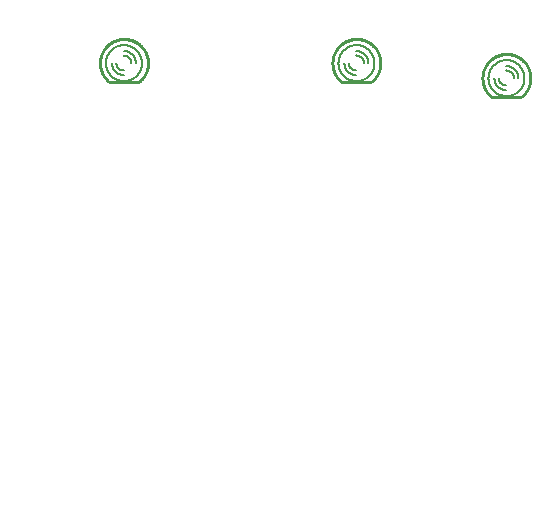
<source format=gbr>
G04 EAGLE Gerber RS-274X export*
G75*
%MOMM*%
%FSLAX34Y34*%
%LPD*%
%INSilkscreen Top*%
%IPPOS*%
%AMOC8*
5,1,8,0,0,1.08239X$1,22.5*%
G01*
%ADD10R,1.320800X0.101600*%
%ADD11R,7.315200X0.101600*%
%ADD12R,10.363200X0.101600*%
%ADD13R,10.261600X0.101600*%
%ADD14R,9.855200X0.101600*%
%ADD15R,0.304800X0.101600*%
%ADD16R,0.406400X0.101600*%
%ADD17R,1.524000X0.101600*%
%ADD18R,7.721600X0.101600*%
%ADD19R,7.620000X0.101600*%
%ADD20R,1.422400X0.101600*%
%ADD21R,1.016000X0.101600*%
%ADD22R,7.518400X0.101600*%
%ADD23R,0.812800X0.101600*%
%ADD24R,3.962400X0.101600*%
%ADD25R,3.454400X0.101600*%
%ADD26R,0.711200X0.101600*%
%ADD27R,4.064000X0.101600*%
%ADD28R,0.609600X0.101600*%
%ADD29R,4.572000X0.101600*%
%ADD30R,3.352800X0.101600*%
%ADD31R,4.470400X0.101600*%
%ADD32R,0.508000X0.101600*%
%ADD33R,1.828800X0.101600*%
%ADD34R,3.860800X0.101600*%
%ADD35R,1.219200X0.101600*%
%ADD36R,3.759200X0.101600*%
%ADD37R,1.117600X0.101600*%
%ADD38R,0.914400X0.101600*%
%ADD39R,2.844800X0.101600*%
%ADD40R,2.641600X0.101600*%
%ADD41R,0.203200X0.101600*%
%ADD42R,0.101600X0.101600*%
%ADD43R,1.727200X0.101600*%
%ADD44R,1.930400X0.101600*%
%ADD45R,2.438400X0.101600*%
%ADD46R,3.048000X0.101600*%
%ADD47R,2.743200X0.101600*%
%ADD48R,2.032000X0.101600*%
%ADD49R,1.625600X0.101600*%
%ADD50R,4.673600X0.101600*%
%ADD51R,5.080000X0.101600*%
%ADD52R,5.181600X0.101600*%
%ADD53R,6.807200X0.101600*%
%ADD54R,3.556000X0.101600*%
%ADD55R,2.336800X0.101600*%
%ADD56R,2.946400X0.101600*%
%ADD57R,7.010400X0.101600*%
%ADD58R,10.769600X0.101600*%
%ADD59R,9.042400X0.101600*%
%ADD60R,4.368800X0.101600*%
%ADD61C,0.254000*%
%ADD62C,0.152400*%


D10*
X160528Y2032D03*
D11*
X190500Y3048D03*
D12*
X205740Y4064D03*
X205740Y5080D03*
D13*
X206248Y6096D03*
X206248Y7112D03*
X206248Y8128D03*
X206248Y9144D03*
X206248Y10160D03*
X206248Y11176D03*
X206248Y12192D03*
X206248Y13208D03*
D14*
X204216Y14224D03*
D15*
X256032Y14224D03*
D14*
X204216Y15240D03*
D15*
X256032Y15240D03*
D14*
X204216Y16256D03*
D15*
X256032Y16256D03*
D16*
X156972Y17272D03*
D17*
X167640Y17272D03*
D18*
X214884Y17272D03*
D15*
X256032Y17272D03*
D16*
X156972Y18288D03*
D17*
X167640Y18288D03*
D19*
X215392Y18288D03*
D15*
X256032Y18288D03*
D16*
X156972Y19304D03*
D20*
X168148Y19304D03*
D19*
X215392Y19304D03*
D15*
X256032Y19304D03*
D16*
X156972Y20320D03*
D21*
X166116Y20320D03*
D15*
X173736Y20320D03*
D22*
X215900Y20320D03*
D15*
X256032Y20320D03*
D16*
X156972Y21336D03*
D23*
X166116Y21336D03*
D15*
X173736Y21336D03*
D24*
X198120Y21336D03*
D25*
X236220Y21336D03*
D15*
X256032Y21336D03*
D16*
X156972Y22352D03*
D26*
X166624Y22352D03*
D15*
X173736Y22352D03*
D27*
X197612Y22352D03*
D25*
X236220Y22352D03*
D15*
X256032Y22352D03*
D16*
X156972Y23368D03*
D28*
X166116Y23368D03*
D29*
X195072Y23368D03*
D30*
X236728Y23368D03*
D15*
X256032Y23368D03*
D16*
X156972Y24384D03*
D28*
X166116Y24384D03*
D31*
X194564Y24384D03*
D30*
X236728Y24384D03*
D15*
X256032Y24384D03*
D16*
X156972Y25400D03*
D32*
X165608Y25400D03*
D31*
X194564Y25400D03*
D20*
X227076Y25400D03*
D33*
X244348Y25400D03*
D15*
X256032Y25400D03*
X157480Y26416D03*
D32*
X165608Y26416D03*
D31*
X194564Y26416D03*
D10*
X226568Y26416D03*
D33*
X244348Y26416D03*
D15*
X256032Y26416D03*
X157480Y27432D03*
D16*
X165100Y27432D03*
D15*
X173736Y27432D03*
D34*
X197612Y27432D03*
D35*
X226060Y27432D03*
D15*
X236728Y27432D03*
D20*
X246380Y27432D03*
D15*
X256032Y27432D03*
X157480Y28448D03*
X164592Y28448D03*
X173736Y28448D03*
D36*
X197104Y28448D03*
D35*
X226060Y28448D03*
D15*
X236728Y28448D03*
D35*
X247396Y28448D03*
D15*
X256032Y28448D03*
X157480Y29464D03*
X164592Y29464D03*
X173736Y29464D03*
D36*
X197104Y29464D03*
D37*
X225552Y29464D03*
D15*
X236728Y29464D03*
D37*
X247904Y29464D03*
D15*
X256032Y29464D03*
X157480Y30480D03*
X164592Y30480D03*
X173736Y30480D03*
D36*
X197104Y30480D03*
D21*
X225044Y30480D03*
D15*
X236728Y30480D03*
D38*
X248920Y30480D03*
D15*
X256032Y30480D03*
X157480Y31496D03*
X164592Y31496D03*
X173736Y31496D03*
D23*
X182372Y31496D03*
D39*
X201676Y31496D03*
D38*
X224536Y31496D03*
D15*
X236728Y31496D03*
D38*
X248920Y31496D03*
D15*
X256032Y31496D03*
X157480Y32512D03*
X164592Y32512D03*
X173736Y32512D03*
D28*
X181356Y32512D03*
D40*
X201676Y32512D03*
D23*
X224028Y32512D03*
D15*
X236728Y32512D03*
D10*
X250952Y32512D03*
D15*
X157480Y33528D03*
X164592Y33528D03*
D16*
X174244Y33528D03*
D26*
X180848Y33528D03*
D40*
X201676Y33528D03*
D26*
X223520Y33528D03*
D15*
X236728Y33528D03*
D10*
X250952Y33528D03*
D15*
X157480Y34544D03*
X164592Y34544D03*
D16*
X174244Y34544D03*
X182372Y34544D03*
D21*
X193548Y34544D03*
D20*
X207772Y34544D03*
D28*
X223012Y34544D03*
D15*
X236728Y34544D03*
D16*
X246380Y34544D03*
D15*
X250952Y34544D03*
D16*
X255524Y34544D03*
D15*
X157480Y35560D03*
X164592Y35560D03*
D16*
X174244Y35560D03*
X182372Y35560D03*
D21*
X193548Y35560D03*
D35*
X207772Y35560D03*
D28*
X223012Y35560D03*
D15*
X236728Y35560D03*
D16*
X246380Y35560D03*
D15*
X250952Y35560D03*
D16*
X255524Y35560D03*
D15*
X157480Y36576D03*
X164592Y36576D03*
D16*
X174244Y36576D03*
X182372Y36576D03*
D38*
X193040Y36576D03*
D37*
X208280Y36576D03*
D16*
X221996Y36576D03*
D15*
X236728Y36576D03*
D16*
X246380Y36576D03*
D15*
X250952Y36576D03*
D16*
X255524Y36576D03*
D15*
X157480Y37592D03*
X164592Y37592D03*
D16*
X174244Y37592D03*
X182372Y37592D03*
D23*
X192532Y37592D03*
D21*
X208788Y37592D03*
D16*
X221996Y37592D03*
D15*
X236728Y37592D03*
D16*
X246380Y37592D03*
D15*
X250952Y37592D03*
D16*
X255524Y37592D03*
D15*
X157480Y38608D03*
X164592Y38608D03*
D16*
X174244Y38608D03*
D15*
X182880Y38608D03*
D23*
X192532Y38608D03*
D38*
X209296Y38608D03*
D16*
X221996Y38608D03*
D15*
X236728Y38608D03*
D16*
X246380Y38608D03*
D15*
X250952Y38608D03*
D16*
X255524Y38608D03*
D15*
X157480Y39624D03*
X164592Y39624D03*
D16*
X174244Y39624D03*
D15*
X182880Y39624D03*
D26*
X192024Y39624D03*
D23*
X208788Y39624D03*
D16*
X221996Y39624D03*
D15*
X236728Y39624D03*
D16*
X246380Y39624D03*
D15*
X250952Y39624D03*
D16*
X255524Y39624D03*
D15*
X157480Y40640D03*
X164592Y40640D03*
D16*
X174244Y40640D03*
D15*
X182880Y40640D03*
D28*
X191516Y40640D03*
D23*
X208788Y40640D03*
D16*
X221996Y40640D03*
D15*
X236728Y40640D03*
D16*
X246380Y40640D03*
D15*
X250952Y40640D03*
D16*
X255524Y40640D03*
D15*
X157480Y41656D03*
X164592Y41656D03*
D16*
X174244Y41656D03*
D15*
X182880Y41656D03*
D28*
X191516Y41656D03*
D23*
X208788Y41656D03*
D16*
X221996Y41656D03*
D15*
X236728Y41656D03*
D16*
X246380Y41656D03*
D15*
X250952Y41656D03*
D16*
X255524Y41656D03*
D15*
X157480Y42672D03*
X164592Y42672D03*
D16*
X174244Y42672D03*
D15*
X182880Y42672D03*
D16*
X190500Y42672D03*
D15*
X206248Y42672D03*
D16*
X210820Y42672D03*
X221996Y42672D03*
D15*
X236728Y42672D03*
D16*
X246380Y42672D03*
D15*
X250952Y42672D03*
X255016Y42672D03*
X157480Y43688D03*
X164592Y43688D03*
D16*
X174244Y43688D03*
D15*
X182880Y43688D03*
D16*
X190500Y43688D03*
D15*
X206248Y43688D03*
D41*
X210820Y43688D03*
D16*
X221996Y43688D03*
D15*
X236728Y43688D03*
D16*
X246380Y43688D03*
D15*
X250952Y43688D03*
X255016Y43688D03*
X157480Y44704D03*
D16*
X165100Y44704D03*
X174244Y44704D03*
D15*
X182880Y44704D03*
X191008Y44704D03*
X206248Y44704D03*
D42*
X211328Y44704D03*
D15*
X222504Y44704D03*
X236728Y44704D03*
D16*
X246380Y44704D03*
D15*
X250952Y44704D03*
X255016Y44704D03*
X157480Y45720D03*
D16*
X165100Y45720D03*
X174244Y45720D03*
D15*
X182880Y45720D03*
X191008Y45720D03*
X206248Y45720D03*
X222504Y45720D03*
X236728Y45720D03*
D16*
X246380Y45720D03*
D15*
X250952Y45720D03*
X255016Y45720D03*
X157480Y46736D03*
D16*
X165100Y46736D03*
X174244Y46736D03*
D15*
X182880Y46736D03*
X191008Y46736D03*
X206248Y46736D03*
X222504Y46736D03*
X236728Y46736D03*
X245872Y46736D03*
X250952Y46736D03*
X255016Y46736D03*
X157480Y47752D03*
D16*
X165100Y47752D03*
X174244Y47752D03*
D15*
X182880Y47752D03*
X191008Y47752D03*
X206248Y47752D03*
X222504Y47752D03*
X236728Y47752D03*
X245872Y47752D03*
X250952Y47752D03*
X255016Y47752D03*
X157480Y48768D03*
D16*
X165100Y48768D03*
X174244Y48768D03*
D15*
X182880Y48768D03*
X191008Y48768D03*
X206248Y48768D03*
X222504Y48768D03*
X236728Y48768D03*
X245872Y48768D03*
X250952Y48768D03*
X255016Y48768D03*
X157480Y49784D03*
D16*
X165100Y49784D03*
D15*
X174752Y49784D03*
X182880Y49784D03*
X191008Y49784D03*
X206248Y49784D03*
X222504Y49784D03*
X236728Y49784D03*
X245872Y49784D03*
X250952Y49784D03*
X255016Y49784D03*
X157480Y50800D03*
D16*
X165100Y50800D03*
D15*
X174752Y50800D03*
X182880Y50800D03*
X191008Y50800D03*
X206248Y50800D03*
X222504Y50800D03*
X236728Y50800D03*
X245872Y50800D03*
X250952Y50800D03*
X255016Y50800D03*
X157480Y51816D03*
D16*
X165100Y51816D03*
D15*
X174752Y51816D03*
X182880Y51816D03*
X191008Y51816D03*
X206248Y51816D03*
X222504Y51816D03*
X236728Y51816D03*
X245872Y51816D03*
X250952Y51816D03*
X255016Y51816D03*
X157480Y52832D03*
D16*
X165100Y52832D03*
D15*
X174752Y52832D03*
X182880Y52832D03*
X191008Y52832D03*
X206248Y52832D03*
X222504Y52832D03*
X236728Y52832D03*
X245872Y52832D03*
X250952Y52832D03*
X255016Y52832D03*
X157480Y53848D03*
D16*
X165100Y53848D03*
D15*
X174752Y53848D03*
X182880Y53848D03*
X191008Y53848D03*
X206248Y53848D03*
X222504Y53848D03*
X236728Y53848D03*
X245872Y53848D03*
X250952Y53848D03*
X255016Y53848D03*
X157480Y54864D03*
D16*
X165100Y54864D03*
D15*
X174752Y54864D03*
X182880Y54864D03*
X191008Y54864D03*
X206248Y54864D03*
X222504Y54864D03*
X236728Y54864D03*
X245872Y54864D03*
X250952Y54864D03*
X255016Y54864D03*
X157480Y55880D03*
D16*
X165100Y55880D03*
D15*
X174752Y55880D03*
X182880Y55880D03*
X191008Y55880D03*
X206248Y55880D03*
X222504Y55880D03*
X236728Y55880D03*
X245872Y55880D03*
X250952Y55880D03*
X255016Y55880D03*
X157480Y56896D03*
X165608Y56896D03*
X174752Y56896D03*
X182880Y56896D03*
X191008Y56896D03*
X206248Y56896D03*
X222504Y56896D03*
X236728Y56896D03*
X245872Y56896D03*
X250952Y56896D03*
X255016Y56896D03*
X157480Y57912D03*
X165608Y57912D03*
X174752Y57912D03*
X182880Y57912D03*
X191008Y57912D03*
X206248Y57912D03*
X222504Y57912D03*
X236728Y57912D03*
X245872Y57912D03*
X250952Y57912D03*
X255016Y57912D03*
X157480Y58928D03*
X165608Y58928D03*
X174752Y58928D03*
X182880Y58928D03*
X191008Y58928D03*
X206248Y58928D03*
X222504Y58928D03*
X236728Y58928D03*
X245872Y58928D03*
X250952Y58928D03*
X255016Y58928D03*
X157480Y59944D03*
X165608Y59944D03*
X174752Y59944D03*
X182880Y59944D03*
X191008Y59944D03*
X206248Y59944D03*
X222504Y59944D03*
X236728Y59944D03*
X245872Y59944D03*
X250952Y59944D03*
X255016Y59944D03*
X157480Y60960D03*
X165608Y60960D03*
X174752Y60960D03*
X182880Y60960D03*
X191008Y60960D03*
X206248Y60960D03*
X222504Y60960D03*
D16*
X236220Y60960D03*
D15*
X245872Y60960D03*
X250952Y60960D03*
X255016Y60960D03*
D16*
X157988Y61976D03*
D15*
X165608Y61976D03*
X174752Y61976D03*
X182880Y61976D03*
X191008Y61976D03*
X206248Y61976D03*
X222504Y61976D03*
D16*
X236220Y61976D03*
D15*
X245872Y61976D03*
X250952Y61976D03*
X255016Y61976D03*
D16*
X157988Y62992D03*
D15*
X165608Y62992D03*
X174752Y62992D03*
X182880Y62992D03*
X191008Y62992D03*
X206248Y62992D03*
X222504Y62992D03*
D16*
X236220Y62992D03*
D15*
X245872Y62992D03*
X250952Y62992D03*
X255016Y62992D03*
D16*
X157988Y64008D03*
D15*
X165608Y64008D03*
X174752Y64008D03*
X182880Y64008D03*
X191008Y64008D03*
X206248Y64008D03*
X222504Y64008D03*
D16*
X236220Y64008D03*
D15*
X245872Y64008D03*
X250952Y64008D03*
X255016Y64008D03*
D16*
X157988Y65024D03*
D15*
X165608Y65024D03*
X174752Y65024D03*
X182880Y65024D03*
X191008Y65024D03*
X206248Y65024D03*
X222504Y65024D03*
D16*
X236220Y65024D03*
D15*
X245872Y65024D03*
X250952Y65024D03*
X255016Y65024D03*
D16*
X157988Y66040D03*
D15*
X165608Y66040D03*
X174752Y66040D03*
X182880Y66040D03*
X191008Y66040D03*
X206248Y66040D03*
X222504Y66040D03*
D16*
X236220Y66040D03*
D15*
X245872Y66040D03*
X250952Y66040D03*
X255016Y66040D03*
D16*
X157988Y67056D03*
D15*
X165608Y67056D03*
X174752Y67056D03*
X182880Y67056D03*
X191008Y67056D03*
X206248Y67056D03*
X222504Y67056D03*
D16*
X236220Y67056D03*
D15*
X245872Y67056D03*
X250952Y67056D03*
X255016Y67056D03*
D16*
X157988Y68072D03*
D15*
X165608Y68072D03*
X174752Y68072D03*
X182880Y68072D03*
X191008Y68072D03*
X206248Y68072D03*
X222504Y68072D03*
D16*
X236220Y68072D03*
D15*
X245872Y68072D03*
X250952Y68072D03*
X255016Y68072D03*
D16*
X157988Y69088D03*
D15*
X165608Y69088D03*
X174752Y69088D03*
X182880Y69088D03*
X191008Y69088D03*
X206248Y69088D03*
X222504Y69088D03*
D16*
X236220Y69088D03*
D15*
X245872Y69088D03*
X250952Y69088D03*
X255016Y69088D03*
D16*
X157988Y70104D03*
D15*
X165608Y70104D03*
X174752Y70104D03*
X182880Y70104D03*
X191008Y70104D03*
X206248Y70104D03*
X222504Y70104D03*
D16*
X236220Y70104D03*
D15*
X245872Y70104D03*
X250952Y70104D03*
X255016Y70104D03*
D16*
X157988Y71120D03*
D15*
X165608Y71120D03*
X174752Y71120D03*
X182880Y71120D03*
X191008Y71120D03*
X206248Y71120D03*
X222504Y71120D03*
D16*
X236220Y71120D03*
D15*
X245872Y71120D03*
X250952Y71120D03*
X255016Y71120D03*
D16*
X157988Y72136D03*
D15*
X165608Y72136D03*
X174752Y72136D03*
X182880Y72136D03*
X191008Y72136D03*
X206248Y72136D03*
X222504Y72136D03*
D16*
X236220Y72136D03*
D15*
X245872Y72136D03*
X250952Y72136D03*
X255016Y72136D03*
X158496Y73152D03*
X165608Y73152D03*
X174752Y73152D03*
X182880Y73152D03*
X191008Y73152D03*
X206248Y73152D03*
X222504Y73152D03*
D16*
X236220Y73152D03*
D15*
X245872Y73152D03*
X250952Y73152D03*
X255016Y73152D03*
X158496Y74168D03*
X165608Y74168D03*
X174752Y74168D03*
X182880Y74168D03*
X191008Y74168D03*
X206248Y74168D03*
X222504Y74168D03*
D16*
X236220Y74168D03*
D15*
X245872Y74168D03*
D16*
X250444Y74168D03*
D15*
X255016Y74168D03*
X158496Y75184D03*
X165608Y75184D03*
X174752Y75184D03*
X182880Y75184D03*
X191008Y75184D03*
X206248Y75184D03*
X222504Y75184D03*
D16*
X236220Y75184D03*
D15*
X245872Y75184D03*
D16*
X250444Y75184D03*
D15*
X255016Y75184D03*
X158496Y76200D03*
X165608Y76200D03*
X174752Y76200D03*
X182880Y76200D03*
X191008Y76200D03*
X206248Y76200D03*
X222504Y76200D03*
D16*
X236220Y76200D03*
D15*
X245872Y76200D03*
D23*
X252476Y76200D03*
D15*
X158496Y77216D03*
X165608Y77216D03*
X174752Y77216D03*
X182880Y77216D03*
X191008Y77216D03*
X206248Y77216D03*
X222504Y77216D03*
D16*
X236220Y77216D03*
D15*
X245872Y77216D03*
D23*
X252476Y77216D03*
D15*
X158496Y78232D03*
X165608Y78232D03*
X174752Y78232D03*
D16*
X183388Y78232D03*
D15*
X191008Y78232D03*
X206248Y78232D03*
X222504Y78232D03*
D16*
X236220Y78232D03*
D15*
X245872Y78232D03*
D23*
X252476Y78232D03*
D15*
X158496Y79248D03*
X165608Y79248D03*
X174752Y79248D03*
D16*
X183388Y79248D03*
D15*
X191008Y79248D03*
X206248Y79248D03*
X222504Y79248D03*
D16*
X236220Y79248D03*
D15*
X245872Y79248D03*
D23*
X252476Y79248D03*
D15*
X158496Y80264D03*
X165608Y80264D03*
X174752Y80264D03*
D16*
X183388Y80264D03*
D15*
X191008Y80264D03*
X206248Y80264D03*
X222504Y80264D03*
D16*
X236220Y80264D03*
D15*
X245872Y80264D03*
D23*
X252476Y80264D03*
D15*
X158496Y81280D03*
X165608Y81280D03*
X174752Y81280D03*
D16*
X183388Y81280D03*
X191516Y81280D03*
D15*
X206248Y81280D03*
X222504Y81280D03*
D16*
X236220Y81280D03*
D15*
X245872Y81280D03*
D23*
X252476Y81280D03*
D15*
X158496Y82296D03*
X165608Y82296D03*
X174752Y82296D03*
D16*
X183388Y82296D03*
X191516Y82296D03*
D15*
X206248Y82296D03*
X222504Y82296D03*
D16*
X236220Y82296D03*
D15*
X245872Y82296D03*
D23*
X252476Y82296D03*
D15*
X158496Y83312D03*
X165608Y83312D03*
X174752Y83312D03*
D16*
X183388Y83312D03*
X191516Y83312D03*
D15*
X206248Y83312D03*
X222504Y83312D03*
D16*
X236220Y83312D03*
D15*
X245872Y83312D03*
D23*
X252476Y83312D03*
D15*
X158496Y84328D03*
X165608Y84328D03*
X174752Y84328D03*
D16*
X183388Y84328D03*
X191516Y84328D03*
D15*
X206248Y84328D03*
D16*
X223012Y84328D03*
X236220Y84328D03*
D15*
X245872Y84328D03*
D23*
X252476Y84328D03*
D15*
X158496Y85344D03*
X165608Y85344D03*
X174752Y85344D03*
D16*
X183388Y85344D03*
X191516Y85344D03*
D15*
X206248Y85344D03*
D16*
X223012Y85344D03*
X236220Y85344D03*
D15*
X245872Y85344D03*
D23*
X252476Y85344D03*
D15*
X158496Y86360D03*
X165608Y86360D03*
X174752Y86360D03*
D16*
X183388Y86360D03*
X191516Y86360D03*
D15*
X206248Y86360D03*
D16*
X223012Y86360D03*
X236220Y86360D03*
D15*
X245872Y86360D03*
X249936Y86360D03*
X254000Y86360D03*
X158496Y87376D03*
X165608Y87376D03*
X174752Y87376D03*
D16*
X183388Y87376D03*
X191516Y87376D03*
X206756Y87376D03*
X223012Y87376D03*
X236220Y87376D03*
D15*
X245872Y87376D03*
X249936Y87376D03*
X254000Y87376D03*
X158496Y88392D03*
X165608Y88392D03*
X174752Y88392D03*
D16*
X183388Y88392D03*
X191516Y88392D03*
X206756Y88392D03*
X223012Y88392D03*
X236220Y88392D03*
D15*
X245872Y88392D03*
X249936Y88392D03*
X254000Y88392D03*
X158496Y89408D03*
X165608Y89408D03*
X174752Y89408D03*
D16*
X183388Y89408D03*
X191516Y89408D03*
X206756Y89408D03*
X223012Y89408D03*
X236220Y89408D03*
D15*
X245872Y89408D03*
X249936Y89408D03*
X254000Y89408D03*
X158496Y90424D03*
X165608Y90424D03*
X174752Y90424D03*
X183896Y90424D03*
D16*
X191516Y90424D03*
X206756Y90424D03*
X223012Y90424D03*
X236220Y90424D03*
D15*
X245872Y90424D03*
X249936Y90424D03*
X254000Y90424D03*
X158496Y91440D03*
X165608Y91440D03*
X174752Y91440D03*
X183896Y91440D03*
D16*
X191516Y91440D03*
X206756Y91440D03*
X223012Y91440D03*
X236220Y91440D03*
D15*
X245872Y91440D03*
X249936Y91440D03*
X254000Y91440D03*
X158496Y92456D03*
X165608Y92456D03*
X174752Y92456D03*
X183896Y92456D03*
X192024Y92456D03*
D16*
X206756Y92456D03*
X223012Y92456D03*
X236220Y92456D03*
D15*
X245872Y92456D03*
X249936Y92456D03*
X254000Y92456D03*
X158496Y93472D03*
X165608Y93472D03*
X174752Y93472D03*
X183896Y93472D03*
X192024Y93472D03*
D16*
X206756Y93472D03*
X223012Y93472D03*
X236220Y93472D03*
D15*
X245872Y93472D03*
X249936Y93472D03*
X254000Y93472D03*
X158496Y94488D03*
D16*
X166116Y94488D03*
D15*
X174752Y94488D03*
X183896Y94488D03*
X192024Y94488D03*
D16*
X206756Y94488D03*
X223012Y94488D03*
X236220Y94488D03*
D15*
X245872Y94488D03*
X249936Y94488D03*
X254000Y94488D03*
X158496Y95504D03*
D16*
X166116Y95504D03*
D15*
X174752Y95504D03*
X183896Y95504D03*
X192024Y95504D03*
D16*
X206756Y95504D03*
X223012Y95504D03*
X236220Y95504D03*
D15*
X245872Y95504D03*
X249936Y95504D03*
X254000Y95504D03*
X158496Y96520D03*
D16*
X166116Y96520D03*
D15*
X174752Y96520D03*
X183896Y96520D03*
X192024Y96520D03*
D16*
X206756Y96520D03*
X223012Y96520D03*
X236220Y96520D03*
D15*
X245872Y96520D03*
X249936Y96520D03*
X254000Y96520D03*
X158496Y97536D03*
D16*
X166116Y97536D03*
D15*
X174752Y97536D03*
X183896Y97536D03*
X192024Y97536D03*
D16*
X206756Y97536D03*
D15*
X223520Y97536D03*
D16*
X236220Y97536D03*
D15*
X245872Y97536D03*
X249936Y97536D03*
X254000Y97536D03*
X158496Y98552D03*
D16*
X166116Y98552D03*
X175260Y98552D03*
D15*
X183896Y98552D03*
X192024Y98552D03*
D16*
X206756Y98552D03*
D15*
X223520Y98552D03*
D16*
X236220Y98552D03*
D15*
X245872Y98552D03*
X249936Y98552D03*
X254000Y98552D03*
X158496Y99568D03*
D16*
X166116Y99568D03*
X175260Y99568D03*
D15*
X183896Y99568D03*
X192024Y99568D03*
D16*
X206756Y99568D03*
D15*
X223520Y99568D03*
D16*
X236220Y99568D03*
D15*
X245872Y99568D03*
X249936Y99568D03*
X254000Y99568D03*
X158496Y100584D03*
D16*
X166116Y100584D03*
X175260Y100584D03*
D15*
X183896Y100584D03*
X192024Y100584D03*
D16*
X206756Y100584D03*
D15*
X223520Y100584D03*
D16*
X236220Y100584D03*
D15*
X245872Y100584D03*
X249936Y100584D03*
X254000Y100584D03*
X158496Y101600D03*
D16*
X166116Y101600D03*
X175260Y101600D03*
D15*
X183896Y101600D03*
X192024Y101600D03*
D16*
X206756Y101600D03*
D15*
X223520Y101600D03*
D16*
X236220Y101600D03*
D15*
X245872Y101600D03*
X249936Y101600D03*
X254000Y101600D03*
X158496Y102616D03*
D16*
X166116Y102616D03*
X175260Y102616D03*
D15*
X183896Y102616D03*
X192024Y102616D03*
D16*
X206756Y102616D03*
D15*
X223520Y102616D03*
D16*
X236220Y102616D03*
D15*
X245872Y102616D03*
X249936Y102616D03*
X254000Y102616D03*
X158496Y103632D03*
D16*
X166116Y103632D03*
X175260Y103632D03*
D15*
X183896Y103632D03*
X192024Y103632D03*
D16*
X206756Y103632D03*
D15*
X223520Y103632D03*
D16*
X236220Y103632D03*
D15*
X245872Y103632D03*
X249936Y103632D03*
X254000Y103632D03*
X158496Y104648D03*
D16*
X166116Y104648D03*
X175260Y104648D03*
D15*
X183896Y104648D03*
X192024Y104648D03*
X207264Y104648D03*
X223520Y104648D03*
D16*
X236220Y104648D03*
D15*
X245872Y104648D03*
X249936Y104648D03*
X254000Y104648D03*
X158496Y105664D03*
X166624Y105664D03*
D16*
X175260Y105664D03*
D15*
X183896Y105664D03*
X192024Y105664D03*
X207264Y105664D03*
X223520Y105664D03*
D16*
X236220Y105664D03*
D15*
X245872Y105664D03*
X249936Y105664D03*
X254000Y105664D03*
X158496Y106680D03*
X166624Y106680D03*
D16*
X175260Y106680D03*
D15*
X183896Y106680D03*
X192024Y106680D03*
X207264Y106680D03*
X223520Y106680D03*
D16*
X236220Y106680D03*
D15*
X245872Y106680D03*
X249936Y106680D03*
X254000Y106680D03*
X158496Y107696D03*
X166624Y107696D03*
D16*
X175260Y107696D03*
D15*
X183896Y107696D03*
X192024Y107696D03*
X207264Y107696D03*
X223520Y107696D03*
D16*
X236220Y107696D03*
X245364Y107696D03*
D15*
X249936Y107696D03*
X254000Y107696D03*
D16*
X159004Y108712D03*
D15*
X166624Y108712D03*
D16*
X175260Y108712D03*
D15*
X183896Y108712D03*
X192024Y108712D03*
X207264Y108712D03*
X223520Y108712D03*
D16*
X236220Y108712D03*
X245364Y108712D03*
D15*
X249936Y108712D03*
X254000Y108712D03*
D16*
X159004Y109728D03*
D15*
X166624Y109728D03*
D16*
X175260Y109728D03*
D15*
X183896Y109728D03*
X192024Y109728D03*
X207264Y109728D03*
X223520Y109728D03*
D16*
X236220Y109728D03*
X245364Y109728D03*
D15*
X249936Y109728D03*
X254000Y109728D03*
D16*
X159004Y110744D03*
D15*
X166624Y110744D03*
D16*
X175260Y110744D03*
D15*
X183896Y110744D03*
X192024Y110744D03*
X207264Y110744D03*
X223520Y110744D03*
X235712Y110744D03*
D16*
X245364Y110744D03*
D15*
X249936Y110744D03*
X254000Y110744D03*
D16*
X159004Y111760D03*
D15*
X166624Y111760D03*
D16*
X175260Y111760D03*
D15*
X183896Y111760D03*
X192024Y111760D03*
X207264Y111760D03*
X223520Y111760D03*
X235712Y111760D03*
D16*
X245364Y111760D03*
D15*
X249936Y111760D03*
X254000Y111760D03*
D16*
X159004Y112776D03*
D15*
X166624Y112776D03*
D16*
X175260Y112776D03*
D15*
X183896Y112776D03*
X192024Y112776D03*
X207264Y112776D03*
X223520Y112776D03*
X235712Y112776D03*
D16*
X245364Y112776D03*
D15*
X249936Y112776D03*
X254000Y112776D03*
D16*
X159004Y113792D03*
D15*
X166624Y113792D03*
X175768Y113792D03*
X183896Y113792D03*
X192024Y113792D03*
X207264Y113792D03*
X223520Y113792D03*
X235712Y113792D03*
D16*
X245364Y113792D03*
D15*
X249936Y113792D03*
X254000Y113792D03*
D16*
X159004Y114808D03*
D15*
X166624Y114808D03*
X175768Y114808D03*
X183896Y114808D03*
X192024Y114808D03*
X207264Y114808D03*
X223520Y114808D03*
X235712Y114808D03*
D16*
X245364Y114808D03*
D15*
X249936Y114808D03*
X254000Y114808D03*
D16*
X159004Y115824D03*
D15*
X166624Y115824D03*
X175768Y115824D03*
X183896Y115824D03*
X192024Y115824D03*
X207264Y115824D03*
X223520Y115824D03*
X235712Y115824D03*
D16*
X245364Y115824D03*
D15*
X249936Y115824D03*
X254000Y115824D03*
D16*
X159004Y116840D03*
D15*
X166624Y116840D03*
X175768Y116840D03*
X183896Y116840D03*
X192024Y116840D03*
X207264Y116840D03*
X223520Y116840D03*
X235712Y116840D03*
D16*
X245364Y116840D03*
D15*
X249936Y116840D03*
X254000Y116840D03*
D16*
X159004Y117856D03*
D15*
X166624Y117856D03*
X175768Y117856D03*
X183896Y117856D03*
X192024Y117856D03*
X207264Y117856D03*
X223520Y117856D03*
X235712Y117856D03*
D16*
X245364Y117856D03*
D15*
X249936Y117856D03*
X254000Y117856D03*
D16*
X159004Y118872D03*
D15*
X166624Y118872D03*
X175768Y118872D03*
X183896Y118872D03*
X192024Y118872D03*
X207264Y118872D03*
X223520Y118872D03*
X235712Y118872D03*
D16*
X245364Y118872D03*
D26*
X251968Y118872D03*
D16*
X159004Y119888D03*
D15*
X166624Y119888D03*
X175768Y119888D03*
X183896Y119888D03*
X192024Y119888D03*
X207264Y119888D03*
X223520Y119888D03*
X235712Y119888D03*
D16*
X245364Y119888D03*
D26*
X251968Y119888D03*
D15*
X159512Y120904D03*
X166624Y120904D03*
X175768Y120904D03*
X183896Y120904D03*
X192024Y120904D03*
X207264Y120904D03*
X223520Y120904D03*
X235712Y120904D03*
D16*
X245364Y120904D03*
D26*
X251968Y120904D03*
D15*
X159512Y121920D03*
X166624Y121920D03*
X175768Y121920D03*
X183896Y121920D03*
X192024Y121920D03*
X207264Y121920D03*
X223520Y121920D03*
X235712Y121920D03*
D16*
X245364Y121920D03*
D26*
X251968Y121920D03*
D15*
X159512Y122936D03*
X166624Y122936D03*
X175768Y122936D03*
X183896Y122936D03*
X192024Y122936D03*
X207264Y122936D03*
X223520Y122936D03*
X235712Y122936D03*
D16*
X245364Y122936D03*
D26*
X251968Y122936D03*
D15*
X159512Y123952D03*
X166624Y123952D03*
X175768Y123952D03*
X183896Y123952D03*
X192024Y123952D03*
X207264Y123952D03*
X223520Y123952D03*
X235712Y123952D03*
D16*
X245364Y123952D03*
D26*
X251968Y123952D03*
D15*
X159512Y124968D03*
X166624Y124968D03*
X175768Y124968D03*
X183896Y124968D03*
X192024Y124968D03*
X207264Y124968D03*
X223520Y124968D03*
X235712Y124968D03*
D16*
X245364Y124968D03*
D26*
X251968Y124968D03*
D15*
X159512Y125984D03*
X166624Y125984D03*
X175768Y125984D03*
X183896Y125984D03*
X192024Y125984D03*
X207264Y125984D03*
X223520Y125984D03*
X235712Y125984D03*
D35*
X249428Y125984D03*
D15*
X159512Y127000D03*
X166624Y127000D03*
X175768Y127000D03*
X183896Y127000D03*
X192024Y127000D03*
X207264Y127000D03*
X223520Y127000D03*
X235712Y127000D03*
X244856Y127000D03*
D23*
X251460Y127000D03*
D15*
X159512Y128016D03*
X166624Y128016D03*
X175768Y128016D03*
X183896Y128016D03*
X192024Y128016D03*
X207264Y128016D03*
X223520Y128016D03*
X235712Y128016D03*
X244856Y128016D03*
D23*
X251460Y128016D03*
D15*
X159512Y129032D03*
X166624Y129032D03*
X175768Y129032D03*
X183896Y129032D03*
D16*
X192532Y129032D03*
D15*
X207264Y129032D03*
X223520Y129032D03*
X235712Y129032D03*
X244856Y129032D03*
D23*
X251460Y129032D03*
D15*
X159512Y130048D03*
X166624Y130048D03*
X175768Y130048D03*
D16*
X184404Y130048D03*
X192532Y130048D03*
D15*
X207264Y130048D03*
X223520Y130048D03*
X235712Y130048D03*
X244856Y130048D03*
D26*
X250952Y130048D03*
D15*
X159512Y131064D03*
X166624Y131064D03*
X175768Y131064D03*
D16*
X184404Y131064D03*
X192532Y131064D03*
D15*
X207264Y131064D03*
X223520Y131064D03*
X235712Y131064D03*
X244856Y131064D03*
D26*
X250952Y131064D03*
D15*
X159512Y132080D03*
X166624Y132080D03*
X175768Y132080D03*
D16*
X184404Y132080D03*
X192532Y132080D03*
D15*
X207264Y132080D03*
X223520Y132080D03*
X235712Y132080D03*
X244856Y132080D03*
D26*
X250952Y132080D03*
D15*
X159512Y133096D03*
X166624Y133096D03*
X175768Y133096D03*
D16*
X184404Y133096D03*
X192532Y133096D03*
D15*
X207264Y133096D03*
X223520Y133096D03*
X235712Y133096D03*
X244856Y133096D03*
D26*
X250952Y133096D03*
D15*
X159512Y134112D03*
X166624Y134112D03*
X175768Y134112D03*
D16*
X184404Y134112D03*
X192532Y134112D03*
D15*
X207264Y134112D03*
X223520Y134112D03*
X235712Y134112D03*
X244856Y134112D03*
D26*
X250952Y134112D03*
D15*
X159512Y135128D03*
X166624Y135128D03*
X175768Y135128D03*
D16*
X184404Y135128D03*
X192532Y135128D03*
D15*
X207264Y135128D03*
X223520Y135128D03*
X235712Y135128D03*
X244856Y135128D03*
D26*
X250952Y135128D03*
D15*
X159512Y136144D03*
X166624Y136144D03*
X175768Y136144D03*
D16*
X184404Y136144D03*
X192532Y136144D03*
D15*
X207264Y136144D03*
X223520Y136144D03*
X235712Y136144D03*
X244856Y136144D03*
D26*
X250952Y136144D03*
D15*
X159512Y137160D03*
X166624Y137160D03*
X175768Y137160D03*
D16*
X184404Y137160D03*
X192532Y137160D03*
D15*
X207264Y137160D03*
D16*
X224028Y137160D03*
D15*
X235712Y137160D03*
X244856Y137160D03*
D26*
X250952Y137160D03*
D15*
X159512Y138176D03*
X166624Y138176D03*
X175768Y138176D03*
D16*
X184404Y138176D03*
X192532Y138176D03*
D15*
X207264Y138176D03*
D16*
X224028Y138176D03*
D15*
X235712Y138176D03*
X244856Y138176D03*
X248920Y138176D03*
X252984Y138176D03*
X159512Y139192D03*
X166624Y139192D03*
X175768Y139192D03*
D16*
X184404Y139192D03*
X192532Y139192D03*
D15*
X207264Y139192D03*
D16*
X224028Y139192D03*
D15*
X235712Y139192D03*
X244856Y139192D03*
X248920Y139192D03*
X252984Y139192D03*
X159512Y140208D03*
X166624Y140208D03*
X175768Y140208D03*
D16*
X184404Y140208D03*
D15*
X193040Y140208D03*
X207264Y140208D03*
D16*
X224028Y140208D03*
D15*
X235712Y140208D03*
X244856Y140208D03*
X248920Y140208D03*
X252984Y140208D03*
X159512Y141224D03*
X166624Y141224D03*
X175768Y141224D03*
D16*
X184404Y141224D03*
D15*
X193040Y141224D03*
X207264Y141224D03*
D16*
X224028Y141224D03*
D15*
X235712Y141224D03*
X244856Y141224D03*
X248920Y141224D03*
X252984Y141224D03*
X159512Y142240D03*
X166624Y142240D03*
X175768Y142240D03*
X184912Y142240D03*
X193040Y142240D03*
X207264Y142240D03*
D16*
X224028Y142240D03*
D15*
X235712Y142240D03*
X244856Y142240D03*
X248920Y142240D03*
X252984Y142240D03*
X159512Y143256D03*
D16*
X167132Y143256D03*
D15*
X175768Y143256D03*
X184912Y143256D03*
X193040Y143256D03*
X207264Y143256D03*
D16*
X224028Y143256D03*
D15*
X235712Y143256D03*
X244856Y143256D03*
X248920Y143256D03*
X252984Y143256D03*
X159512Y144272D03*
D16*
X167132Y144272D03*
D15*
X175768Y144272D03*
X184912Y144272D03*
X193040Y144272D03*
X207264Y144272D03*
D16*
X224028Y144272D03*
D15*
X235712Y144272D03*
X244856Y144272D03*
X248920Y144272D03*
X252984Y144272D03*
X159512Y145288D03*
D16*
X167132Y145288D03*
D15*
X175768Y145288D03*
X184912Y145288D03*
X193040Y145288D03*
X207264Y145288D03*
D16*
X224028Y145288D03*
D15*
X235712Y145288D03*
X244856Y145288D03*
X248920Y145288D03*
X252984Y145288D03*
X159512Y146304D03*
D16*
X167132Y146304D03*
D15*
X175768Y146304D03*
X184912Y146304D03*
X193040Y146304D03*
X207264Y146304D03*
D16*
X224028Y146304D03*
D15*
X235712Y146304D03*
X244856Y146304D03*
X248920Y146304D03*
X252984Y146304D03*
X159512Y147320D03*
D16*
X167132Y147320D03*
D15*
X175768Y147320D03*
X184912Y147320D03*
X193040Y147320D03*
X207264Y147320D03*
D16*
X224028Y147320D03*
X236220Y147320D03*
D15*
X244856Y147320D03*
D26*
X250952Y147320D03*
D15*
X159512Y148336D03*
D16*
X167132Y148336D03*
X175260Y148336D03*
D15*
X184912Y148336D03*
X193040Y148336D03*
X207264Y148336D03*
D16*
X224028Y148336D03*
X236220Y148336D03*
X245364Y148336D03*
D26*
X251968Y148336D03*
D15*
X159512Y149352D03*
X166624Y149352D03*
X174752Y149352D03*
X184912Y149352D03*
X193040Y149352D03*
X207264Y149352D03*
X224536Y149352D03*
X236728Y149352D03*
X245872Y149352D03*
D26*
X251968Y149352D03*
D15*
X159512Y150368D03*
X166624Y150368D03*
X174752Y150368D03*
D16*
X184404Y150368D03*
D15*
X193040Y150368D03*
X207264Y150368D03*
X224536Y150368D03*
X236728Y150368D03*
X245872Y150368D03*
D26*
X252984Y150368D03*
D16*
X159004Y151384D03*
X166116Y151384D03*
D15*
X174752Y151384D03*
X183896Y151384D03*
X193040Y151384D03*
X207264Y151384D03*
X224536Y151384D03*
X236728Y151384D03*
X245872Y151384D03*
D23*
X253492Y151384D03*
D15*
X158496Y152400D03*
X165608Y152400D03*
X174752Y152400D03*
X183896Y152400D03*
D16*
X192532Y152400D03*
D15*
X207264Y152400D03*
X224536Y152400D03*
X236728Y152400D03*
X246888Y152400D03*
D23*
X253492Y152400D03*
D16*
X157988Y153416D03*
D15*
X165608Y153416D03*
D16*
X174244Y153416D03*
D15*
X183896Y153416D03*
X192024Y153416D03*
X207264Y153416D03*
X224536Y153416D03*
X236728Y153416D03*
X246888Y153416D03*
X251968Y153416D03*
D16*
X256540Y153416D03*
D15*
X157480Y154432D03*
D16*
X165100Y154432D03*
D15*
X173736Y154432D03*
X183896Y154432D03*
X192024Y154432D03*
X207264Y154432D03*
X224536Y154432D03*
X236728Y154432D03*
X246888Y154432D03*
D16*
X252476Y154432D03*
D15*
X257048Y154432D03*
X157480Y155448D03*
X164592Y155448D03*
X173736Y155448D03*
D16*
X183388Y155448D03*
D15*
X192024Y155448D03*
X207264Y155448D03*
X224536Y155448D03*
D16*
X237236Y155448D03*
X247396Y155448D03*
D15*
X252984Y155448D03*
D16*
X257556Y155448D03*
X156972Y156464D03*
D15*
X164592Y156464D03*
X173736Y156464D03*
X182880Y156464D03*
X192024Y156464D03*
X207264Y156464D03*
X224536Y156464D03*
D16*
X237236Y156464D03*
D15*
X247904Y156464D03*
D16*
X253492Y156464D03*
X258572Y156464D03*
D15*
X156464Y157480D03*
D16*
X164084Y157480D03*
X173228Y157480D03*
D15*
X182880Y157480D03*
X192024Y157480D03*
X207264Y157480D03*
X224536Y157480D03*
X237744Y157480D03*
X247904Y157480D03*
X254000Y157480D03*
X259080Y157480D03*
D16*
X155956Y158496D03*
D15*
X163576Y158496D03*
X172720Y158496D03*
X182880Y158496D03*
D16*
X191516Y158496D03*
D15*
X207264Y158496D03*
X224536Y158496D03*
X237744Y158496D03*
X247904Y158496D03*
D16*
X254508Y158496D03*
X259588Y158496D03*
D15*
X155448Y159512D03*
X163576Y159512D03*
X172720Y159512D03*
X182880Y159512D03*
D16*
X191516Y159512D03*
D15*
X207264Y159512D03*
X224536Y159512D03*
X237744Y159512D03*
D16*
X248412Y159512D03*
D15*
X255016Y159512D03*
D16*
X260604Y159512D03*
X154940Y160528D03*
X163068Y160528D03*
D15*
X172720Y160528D03*
D16*
X182372Y160528D03*
D15*
X191008Y160528D03*
X207264Y160528D03*
X224536Y160528D03*
X237744Y160528D03*
X248920Y160528D03*
D16*
X255524Y160528D03*
D15*
X261112Y160528D03*
X154432Y161544D03*
X162560Y161544D03*
D16*
X172212Y161544D03*
D15*
X181864Y161544D03*
X191008Y161544D03*
X207264Y161544D03*
X224536Y161544D03*
X237744Y161544D03*
X248920Y161544D03*
X256032Y161544D03*
D16*
X261620Y161544D03*
D15*
X154432Y162560D03*
X162560Y162560D03*
X171704Y162560D03*
X181864Y162560D03*
X191008Y162560D03*
X207264Y162560D03*
X224536Y162560D03*
X237744Y162560D03*
X248920Y162560D03*
X256032Y162560D03*
D16*
X262636Y162560D03*
X153924Y163576D03*
X162052Y163576D03*
D15*
X171704Y163576D03*
X181864Y163576D03*
X191008Y163576D03*
X207264Y163576D03*
X224536Y163576D03*
D16*
X238252Y163576D03*
D15*
X249936Y163576D03*
D16*
X256540Y163576D03*
D15*
X263144Y163576D03*
X153416Y164592D03*
X161544Y164592D03*
X171704Y164592D03*
X181864Y164592D03*
X191008Y164592D03*
X207264Y164592D03*
X224536Y164592D03*
D16*
X238252Y164592D03*
D15*
X249936Y164592D03*
X257048Y164592D03*
D16*
X263652Y164592D03*
X152908Y165608D03*
D15*
X161544Y165608D03*
X171704Y165608D03*
D16*
X181356Y165608D03*
X190500Y165608D03*
D15*
X207264Y165608D03*
X224536Y165608D03*
X238760Y165608D03*
X249936Y165608D03*
D16*
X257556Y165608D03*
X264668Y165608D03*
D15*
X152400Y166624D03*
D16*
X161036Y166624D03*
X171196Y166624D03*
D15*
X180848Y166624D03*
X189992Y166624D03*
D16*
X206756Y166624D03*
D15*
X224536Y166624D03*
X238760Y166624D03*
D16*
X250444Y166624D03*
D15*
X258064Y166624D03*
X265176Y166624D03*
X152400Y167640D03*
X160528Y167640D03*
X170688Y167640D03*
X180848Y167640D03*
X189992Y167640D03*
D16*
X206756Y167640D03*
D15*
X224536Y167640D03*
X238760Y167640D03*
X250952Y167640D03*
D16*
X258572Y167640D03*
X265684Y167640D03*
D15*
X151384Y168656D03*
X160528Y168656D03*
X170688Y168656D03*
X180848Y168656D03*
X189992Y168656D03*
D16*
X206756Y168656D03*
D15*
X224536Y168656D03*
X238760Y168656D03*
X250952Y168656D03*
X259080Y168656D03*
D16*
X266700Y168656D03*
D15*
X151384Y169672D03*
D16*
X160020Y169672D03*
D15*
X170688Y169672D03*
D16*
X180340Y169672D03*
D15*
X189992Y169672D03*
D16*
X206756Y169672D03*
D15*
X224536Y169672D03*
X238760Y169672D03*
X250952Y169672D03*
D16*
X259588Y169672D03*
X266700Y169672D03*
X150876Y170688D03*
D15*
X159512Y170688D03*
D16*
X170180Y170688D03*
D15*
X179832Y170688D03*
X189992Y170688D03*
D16*
X206756Y170688D03*
D15*
X224536Y170688D03*
X238760Y170688D03*
D16*
X251460Y170688D03*
D15*
X260096Y170688D03*
D16*
X267716Y170688D03*
D15*
X150368Y171704D03*
X159512Y171704D03*
X169672Y171704D03*
X179832Y171704D03*
X189992Y171704D03*
X206248Y171704D03*
X224536Y171704D03*
D16*
X239268Y171704D03*
D15*
X251968Y171704D03*
X260096Y171704D03*
D16*
X268732Y171704D03*
X149860Y172720D03*
X159004Y172720D03*
D15*
X169672Y172720D03*
X179832Y172720D03*
D16*
X189484Y172720D03*
D15*
X206248Y172720D03*
X224536Y172720D03*
D16*
X239268Y172720D03*
D15*
X251968Y172720D03*
D16*
X260604Y172720D03*
X268732Y172720D03*
D15*
X149352Y173736D03*
X158496Y173736D03*
X169672Y173736D03*
X179832Y173736D03*
X188976Y173736D03*
X206248Y173736D03*
X224536Y173736D03*
X239776Y173736D03*
X251968Y173736D03*
X261112Y173736D03*
D16*
X269748Y173736D03*
D15*
X149352Y174752D03*
X158496Y174752D03*
X169672Y174752D03*
D16*
X179324Y174752D03*
D15*
X188976Y174752D03*
X206248Y174752D03*
X224536Y174752D03*
X239776Y174752D03*
D16*
X252476Y174752D03*
X261620Y174752D03*
X270764Y174752D03*
X148844Y175768D03*
X157988Y175768D03*
X169164Y175768D03*
D15*
X178816Y175768D03*
X188976Y175768D03*
X206248Y175768D03*
X224536Y175768D03*
X239776Y175768D03*
X252984Y175768D03*
X262128Y175768D03*
D16*
X270764Y175768D03*
D15*
X148336Y176784D03*
X157480Y176784D03*
X168656Y176784D03*
X178816Y176784D03*
X188976Y176784D03*
X206248Y176784D03*
X224536Y176784D03*
X239776Y176784D03*
X252984Y176784D03*
D16*
X262636Y176784D03*
X271780Y176784D03*
X147828Y177800D03*
D15*
X157480Y177800D03*
X168656Y177800D03*
X178816Y177800D03*
X188976Y177800D03*
X206248Y177800D03*
X224536Y177800D03*
X239776Y177800D03*
D16*
X253492Y177800D03*
D15*
X263144Y177800D03*
X272288Y177800D03*
X147320Y178816D03*
D16*
X156972Y178816D03*
D15*
X168656Y178816D03*
X178816Y178816D03*
D16*
X188468Y178816D03*
D15*
X206248Y178816D03*
X224536Y178816D03*
X239776Y178816D03*
X254000Y178816D03*
D16*
X263652Y178816D03*
X272796Y178816D03*
X146812Y179832D03*
D15*
X156464Y179832D03*
D16*
X168148Y179832D03*
X178308Y179832D03*
X188468Y179832D03*
D15*
X206248Y179832D03*
X224536Y179832D03*
D16*
X240284Y179832D03*
D15*
X254000Y179832D03*
X264160Y179832D03*
D16*
X273812Y179832D03*
D15*
X146304Y180848D03*
X156464Y180848D03*
X167640Y180848D03*
X177800Y180848D03*
X187960Y180848D03*
X206248Y180848D03*
X224536Y180848D03*
D16*
X240284Y180848D03*
D15*
X254000Y180848D03*
X264160Y180848D03*
X274320Y180848D03*
X146304Y181864D03*
D16*
X155956Y181864D03*
D15*
X167640Y181864D03*
X177800Y181864D03*
X187960Y181864D03*
X206248Y181864D03*
X224536Y181864D03*
X240792Y181864D03*
D16*
X254508Y181864D03*
X264668Y181864D03*
X274828Y181864D03*
X145796Y182880D03*
D15*
X155448Y182880D03*
X167640Y182880D03*
X177800Y182880D03*
X187960Y182880D03*
X206248Y182880D03*
X224536Y182880D03*
X240792Y182880D03*
X255016Y182880D03*
X265176Y182880D03*
D16*
X275844Y182880D03*
D15*
X145288Y183896D03*
X155448Y183896D03*
D16*
X167132Y183896D03*
X177292Y183896D03*
D15*
X187960Y183896D03*
X206248Y183896D03*
X224536Y183896D03*
X240792Y183896D03*
X255016Y183896D03*
D16*
X265684Y183896D03*
D15*
X276352Y183896D03*
D16*
X144780Y184912D03*
X154940Y184912D03*
D15*
X166624Y184912D03*
X176784Y184912D03*
X187960Y184912D03*
X206248Y184912D03*
X224536Y184912D03*
X240792Y184912D03*
X255016Y184912D03*
X266192Y184912D03*
D16*
X276860Y184912D03*
D15*
X144272Y185928D03*
X154432Y185928D03*
X166624Y185928D03*
X176784Y185928D03*
D16*
X187452Y185928D03*
D15*
X206248Y185928D03*
X224536Y185928D03*
X240792Y185928D03*
D16*
X255524Y185928D03*
X266700Y185928D03*
X277876Y185928D03*
D15*
X144272Y186944D03*
X154432Y186944D03*
X166624Y186944D03*
X176784Y186944D03*
D16*
X187452Y186944D03*
D15*
X206248Y186944D03*
X224536Y186944D03*
X240792Y186944D03*
X256032Y186944D03*
X267208Y186944D03*
X278384Y186944D03*
X143256Y187960D03*
D16*
X153924Y187960D03*
D15*
X166624Y187960D03*
X176784Y187960D03*
X186944Y187960D03*
D16*
X205740Y187960D03*
D15*
X224536Y187960D03*
D16*
X241300Y187960D03*
D15*
X256032Y187960D03*
D16*
X267716Y187960D03*
X278892Y187960D03*
D15*
X143256Y188976D03*
X153416Y188976D03*
D16*
X166116Y188976D03*
X176276Y188976D03*
D15*
X186944Y188976D03*
D16*
X205740Y188976D03*
D15*
X224536Y188976D03*
D16*
X241300Y188976D03*
D15*
X256032Y188976D03*
X268224Y188976D03*
D16*
X279908Y188976D03*
X142748Y189992D03*
D15*
X153416Y189992D03*
X165608Y189992D03*
X175768Y189992D03*
X186944Y189992D03*
D16*
X205740Y189992D03*
D15*
X224536Y189992D03*
X241808Y189992D03*
X257048Y189992D03*
X268224Y189992D03*
X280416Y189992D03*
X142240Y191008D03*
D16*
X152908Y191008D03*
D15*
X165608Y191008D03*
X175768Y191008D03*
X186944Y191008D03*
D16*
X205740Y191008D03*
D15*
X224536Y191008D03*
X241808Y191008D03*
X257048Y191008D03*
D16*
X268732Y191008D03*
X280924Y191008D03*
X141732Y192024D03*
D15*
X152400Y192024D03*
X165608Y192024D03*
X175768Y192024D03*
X186944Y192024D03*
D16*
X205740Y192024D03*
D15*
X224536Y192024D03*
X241808Y192024D03*
X257048Y192024D03*
X269240Y192024D03*
D16*
X281940Y192024D03*
D15*
X141224Y193040D03*
X152400Y193040D03*
D16*
X165100Y193040D03*
D15*
X175768Y193040D03*
D16*
X186436Y193040D03*
D15*
X205232Y193040D03*
X224536Y193040D03*
X241808Y193040D03*
D16*
X257556Y193040D03*
X269748Y193040D03*
X281940Y193040D03*
D15*
X141224Y194056D03*
D16*
X151892Y194056D03*
D15*
X164592Y194056D03*
D16*
X175260Y194056D03*
D15*
X185928Y194056D03*
X205232Y194056D03*
X224536Y194056D03*
X241808Y194056D03*
X258064Y194056D03*
X270256Y194056D03*
D16*
X282956Y194056D03*
X140716Y195072D03*
D15*
X151384Y195072D03*
X164592Y195072D03*
X174752Y195072D03*
X185928Y195072D03*
X205232Y195072D03*
X224536Y195072D03*
X241808Y195072D03*
X258064Y195072D03*
D16*
X270764Y195072D03*
X283972Y195072D03*
D15*
X140208Y196088D03*
X151384Y196088D03*
X164592Y196088D03*
X174752Y196088D03*
X185928Y196088D03*
X205232Y196088D03*
X224536Y196088D03*
D16*
X242316Y196088D03*
D15*
X258064Y196088D03*
X271272Y196088D03*
D16*
X283972Y196088D03*
X139700Y197104D03*
X150876Y197104D03*
D15*
X164592Y197104D03*
X174752Y197104D03*
X185928Y197104D03*
X205232Y197104D03*
X224536Y197104D03*
D16*
X242316Y197104D03*
X258572Y197104D03*
X271780Y197104D03*
X284988Y197104D03*
D15*
X139192Y198120D03*
X150368Y198120D03*
D16*
X164084Y198120D03*
X174244Y198120D03*
D15*
X185928Y198120D03*
X205232Y198120D03*
X224536Y198120D03*
X242824Y198120D03*
X259080Y198120D03*
X272288Y198120D03*
D16*
X286004Y198120D03*
X138684Y199136D03*
D15*
X150368Y199136D03*
X163576Y199136D03*
X173736Y199136D03*
X185928Y199136D03*
X205232Y199136D03*
X224536Y199136D03*
X242824Y199136D03*
X259080Y199136D03*
X272288Y199136D03*
D16*
X286004Y199136D03*
D15*
X138176Y200152D03*
D16*
X149860Y200152D03*
D15*
X163576Y200152D03*
X173736Y200152D03*
D16*
X185420Y200152D03*
D15*
X205232Y200152D03*
X224536Y200152D03*
X242824Y200152D03*
X259080Y200152D03*
D16*
X272796Y200152D03*
X287020Y200152D03*
D15*
X138176Y201168D03*
X149352Y201168D03*
X163576Y201168D03*
X173736Y201168D03*
X184912Y201168D03*
X205232Y201168D03*
X224536Y201168D03*
X242824Y201168D03*
X260096Y201168D03*
X273304Y201168D03*
D16*
X288036Y201168D03*
X137668Y202184D03*
D15*
X149352Y202184D03*
D16*
X163068Y202184D03*
D15*
X173736Y202184D03*
X184912Y202184D03*
X205232Y202184D03*
X224536Y202184D03*
X242824Y202184D03*
X260096Y202184D03*
D16*
X273812Y202184D03*
X288036Y202184D03*
D15*
X137160Y203200D03*
D16*
X148844Y203200D03*
D15*
X162560Y203200D03*
D16*
X173228Y203200D03*
D15*
X184912Y203200D03*
X205232Y203200D03*
X224536Y203200D03*
X242824Y203200D03*
X260096Y203200D03*
X274320Y203200D03*
D16*
X289052Y203200D03*
X136652Y204216D03*
D15*
X148336Y204216D03*
X162560Y204216D03*
X172720Y204216D03*
X184912Y204216D03*
X205232Y204216D03*
X224536Y204216D03*
D16*
X243332Y204216D03*
X260604Y204216D03*
X274828Y204216D03*
D15*
X289560Y204216D03*
X136144Y205232D03*
X148336Y205232D03*
X162560Y205232D03*
X172720Y205232D03*
X184912Y205232D03*
X205232Y205232D03*
X224536Y205232D03*
D16*
X243332Y205232D03*
D15*
X261112Y205232D03*
X275336Y205232D03*
D16*
X290068Y205232D03*
D15*
X136144Y206248D03*
D16*
X147828Y206248D03*
D15*
X162560Y206248D03*
X172720Y206248D03*
D16*
X184404Y206248D03*
D15*
X205232Y206248D03*
X224536Y206248D03*
X243840Y206248D03*
X261112Y206248D03*
D16*
X275844Y206248D03*
X291084Y206248D03*
X135636Y207264D03*
D15*
X147320Y207264D03*
X161544Y207264D03*
X172720Y207264D03*
D16*
X184404Y207264D03*
D15*
X205232Y207264D03*
X224536Y207264D03*
X243840Y207264D03*
X261112Y207264D03*
X276352Y207264D03*
X291592Y207264D03*
X135128Y208280D03*
X147320Y208280D03*
X161544Y208280D03*
D16*
X172212Y208280D03*
D15*
X183896Y208280D03*
D16*
X204724Y208280D03*
D15*
X224536Y208280D03*
X243840Y208280D03*
D16*
X261620Y208280D03*
D15*
X276352Y208280D03*
D16*
X292100Y208280D03*
X134620Y209296D03*
X146812Y209296D03*
D15*
X161544Y209296D03*
X171704Y209296D03*
X183896Y209296D03*
D16*
X204724Y209296D03*
D15*
X224536Y209296D03*
X243840Y209296D03*
X262128Y209296D03*
D16*
X276860Y209296D03*
X293116Y209296D03*
D15*
X134112Y210312D03*
X146304Y210312D03*
X161544Y210312D03*
X171704Y210312D03*
X183896Y210312D03*
D16*
X204724Y210312D03*
D15*
X224536Y210312D03*
X243840Y210312D03*
X262128Y210312D03*
X277368Y210312D03*
X293624Y210312D03*
D16*
X133604Y211328D03*
D15*
X146304Y211328D03*
D16*
X161036Y211328D03*
D15*
X171704Y211328D03*
X183896Y211328D03*
D16*
X204724Y211328D03*
D15*
X224536Y211328D03*
X243840Y211328D03*
X262128Y211328D03*
D16*
X277876Y211328D03*
X294132Y211328D03*
D15*
X133096Y212344D03*
D16*
X145796Y212344D03*
D15*
X160528Y212344D03*
D16*
X171196Y212344D03*
D15*
X183896Y212344D03*
D16*
X204724Y212344D03*
D15*
X224536Y212344D03*
D16*
X244348Y212344D03*
X262636Y212344D03*
D15*
X278384Y212344D03*
D16*
X295148Y212344D03*
D15*
X133096Y213360D03*
X145288Y213360D03*
X160528Y213360D03*
X170688Y213360D03*
D16*
X183388Y213360D03*
D15*
X204216Y213360D03*
X224536Y213360D03*
D16*
X244348Y213360D03*
D15*
X263144Y213360D03*
D16*
X278892Y213360D03*
D15*
X295656Y213360D03*
D16*
X132588Y214376D03*
D15*
X145288Y214376D03*
X160528Y214376D03*
X170688Y214376D03*
X182880Y214376D03*
X204216Y214376D03*
X224536Y214376D03*
X244856Y214376D03*
X263144Y214376D03*
X279400Y214376D03*
D16*
X296164Y214376D03*
D15*
X132080Y215392D03*
D16*
X144780Y215392D03*
X160020Y215392D03*
D15*
X170688Y215392D03*
X182880Y215392D03*
X204216Y215392D03*
X224536Y215392D03*
X244856Y215392D03*
D16*
X263652Y215392D03*
X279908Y215392D03*
X297180Y215392D03*
X131572Y216408D03*
D15*
X144272Y216408D03*
X159512Y216408D03*
X170688Y216408D03*
X182880Y216408D03*
X204216Y216408D03*
X224536Y216408D03*
X244856Y216408D03*
X264160Y216408D03*
X280416Y216408D03*
X297688Y216408D03*
X131064Y217424D03*
X144272Y217424D03*
X159512Y217424D03*
D16*
X170180Y217424D03*
D15*
X182880Y217424D03*
X204216Y217424D03*
X224536Y217424D03*
X244856Y217424D03*
X264160Y217424D03*
D16*
X280924Y217424D03*
X298196Y217424D03*
X130556Y218440D03*
X143764Y218440D03*
D15*
X159512Y218440D03*
X169672Y218440D03*
X182880Y218440D03*
X204216Y218440D03*
X224536Y218440D03*
X244856Y218440D03*
X264160Y218440D03*
X281432Y218440D03*
D16*
X299212Y218440D03*
D15*
X130048Y219456D03*
X143256Y219456D03*
X159512Y219456D03*
X169672Y219456D03*
X182880Y219456D03*
X204216Y219456D03*
X224536Y219456D03*
X244856Y219456D03*
D16*
X264668Y219456D03*
D15*
X281432Y219456D03*
D16*
X299212Y219456D03*
D15*
X130048Y220472D03*
X143256Y220472D03*
D16*
X159004Y220472D03*
D15*
X169672Y220472D03*
D16*
X182372Y220472D03*
D15*
X204216Y220472D03*
X224536Y220472D03*
D16*
X245364Y220472D03*
D15*
X265176Y220472D03*
D16*
X281940Y220472D03*
X300228Y220472D03*
X129540Y221488D03*
X142748Y221488D03*
D15*
X158496Y221488D03*
D16*
X169164Y221488D03*
D15*
X181864Y221488D03*
X204216Y221488D03*
X224536Y221488D03*
D16*
X245364Y221488D03*
D15*
X265176Y221488D03*
X282448Y221488D03*
D16*
X301244Y221488D03*
D15*
X129032Y222504D03*
X142240Y222504D03*
X158496Y222504D03*
X168656Y222504D03*
X181864Y222504D03*
X204216Y222504D03*
X224536Y222504D03*
X245872Y222504D03*
X265176Y222504D03*
D16*
X282956Y222504D03*
X301244Y222504D03*
X128524Y223520D03*
D15*
X142240Y223520D03*
X158496Y223520D03*
X168656Y223520D03*
X181864Y223520D03*
X204216Y223520D03*
X224536Y223520D03*
X245872Y223520D03*
D16*
X265684Y223520D03*
D15*
X283464Y223520D03*
D16*
X302260Y223520D03*
D15*
X128016Y224536D03*
D16*
X141732Y224536D03*
X157988Y224536D03*
D15*
X168656Y224536D03*
X181864Y224536D03*
X204216Y224536D03*
X224536Y224536D03*
X245872Y224536D03*
X266192Y224536D03*
D16*
X283972Y224536D03*
X303276Y224536D03*
D15*
X128016Y225552D03*
X141224Y225552D03*
X157480Y225552D03*
X168656Y225552D03*
X181864Y225552D03*
X204216Y225552D03*
X224536Y225552D03*
X245872Y225552D03*
X266192Y225552D03*
X284480Y225552D03*
D16*
X303276Y225552D03*
X127508Y226568D03*
D15*
X141224Y226568D03*
X157480Y226568D03*
D16*
X168148Y226568D03*
X181356Y226568D03*
D15*
X204216Y226568D03*
X224536Y226568D03*
X245872Y226568D03*
X266192Y226568D03*
D16*
X284988Y226568D03*
X304292Y226568D03*
D15*
X127000Y227584D03*
D16*
X140716Y227584D03*
D15*
X157480Y227584D03*
X167640Y227584D03*
D16*
X181356Y227584D03*
D15*
X204216Y227584D03*
X224536Y227584D03*
X245872Y227584D03*
X267208Y227584D03*
X285496Y227584D03*
X304800Y227584D03*
D16*
X126492Y228600D03*
D15*
X140208Y228600D03*
X157480Y228600D03*
X167640Y228600D03*
X180848Y228600D03*
D16*
X203708Y228600D03*
D15*
X224536Y228600D03*
D16*
X246380Y228600D03*
D15*
X267208Y228600D03*
X285496Y228600D03*
D16*
X305308Y228600D03*
D15*
X125984Y229616D03*
X140208Y229616D03*
X156464Y229616D03*
X167640Y229616D03*
X180848Y229616D03*
D16*
X203708Y229616D03*
D15*
X224536Y229616D03*
D16*
X246380Y229616D03*
D15*
X267208Y229616D03*
D16*
X286004Y229616D03*
X306324Y229616D03*
X125476Y230632D03*
X139700Y230632D03*
D15*
X156464Y230632D03*
X167640Y230632D03*
X180848Y230632D03*
D16*
X203708Y230632D03*
D15*
X224536Y230632D03*
X246888Y230632D03*
D16*
X267716Y230632D03*
D15*
X286512Y230632D03*
X306832Y230632D03*
X124968Y231648D03*
X139192Y231648D03*
X156464Y231648D03*
D16*
X167132Y231648D03*
D15*
X180848Y231648D03*
D16*
X203708Y231648D03*
D15*
X224536Y231648D03*
X246888Y231648D03*
X268224Y231648D03*
D16*
X287020Y231648D03*
X307340Y231648D03*
D15*
X124968Y232664D03*
X139192Y232664D03*
X156464Y232664D03*
X166624Y232664D03*
X180848Y232664D03*
X203200Y232664D03*
X224536Y232664D03*
X246888Y232664D03*
X268224Y232664D03*
X287528Y232664D03*
D16*
X308356Y232664D03*
X124460Y233680D03*
X138684Y233680D03*
X155956Y233680D03*
D15*
X166624Y233680D03*
D16*
X180340Y233680D03*
D15*
X203200Y233680D03*
X224536Y233680D03*
X246888Y233680D03*
X268224Y233680D03*
D16*
X288036Y233680D03*
D15*
X308864Y233680D03*
X123952Y234696D03*
X138176Y234696D03*
X155448Y234696D03*
X166624Y234696D03*
X179832Y234696D03*
X203200Y234696D03*
X224536Y234696D03*
X246888Y234696D03*
D16*
X268732Y234696D03*
D15*
X288544Y234696D03*
D16*
X309372Y234696D03*
X123444Y235712D03*
D15*
X138176Y235712D03*
X155448Y235712D03*
D16*
X166116Y235712D03*
D15*
X179832Y235712D03*
X203200Y235712D03*
X224536Y235712D03*
X246888Y235712D03*
X269240Y235712D03*
D16*
X289052Y235712D03*
X310388Y235712D03*
D15*
X122936Y236728D03*
D16*
X137668Y236728D03*
D15*
X155448Y236728D03*
X165608Y236728D03*
X179832Y236728D03*
X203200Y236728D03*
X224536Y236728D03*
D16*
X247396Y236728D03*
D15*
X269240Y236728D03*
X289560Y236728D03*
X310896Y236728D03*
D16*
X122428Y237744D03*
D15*
X137160Y237744D03*
D16*
X154940Y237744D03*
D15*
X165608Y237744D03*
X179832Y237744D03*
X203200Y237744D03*
X224536Y237744D03*
D16*
X247396Y237744D03*
D15*
X269240Y237744D03*
X289560Y237744D03*
D16*
X311404Y237744D03*
D15*
X121920Y238760D03*
X137160Y238760D03*
X154432Y238760D03*
X165608Y238760D03*
X179832Y238760D03*
X203200Y238760D03*
X224536Y238760D03*
X247904Y238760D03*
X270256Y238760D03*
D16*
X290068Y238760D03*
X312420Y238760D03*
D15*
X121920Y239776D03*
D16*
X136652Y239776D03*
D15*
X154432Y239776D03*
X165608Y239776D03*
X179832Y239776D03*
X203200Y239776D03*
X224536Y239776D03*
X247904Y239776D03*
X270256Y239776D03*
X290576Y239776D03*
X312928Y239776D03*
D16*
X121412Y240792D03*
D15*
X136144Y240792D03*
X154432Y240792D03*
D16*
X165100Y240792D03*
X179324Y240792D03*
D15*
X203200Y240792D03*
X224536Y240792D03*
X247904Y240792D03*
X270256Y240792D03*
D16*
X291084Y240792D03*
X313436Y240792D03*
D15*
X120904Y241808D03*
X136144Y241808D03*
X154432Y241808D03*
X164592Y241808D03*
X178816Y241808D03*
X203200Y241808D03*
X224536Y241808D03*
X247904Y241808D03*
D16*
X270764Y241808D03*
D15*
X291592Y241808D03*
D16*
X314452Y241808D03*
X120396Y242824D03*
X135636Y242824D03*
X153924Y242824D03*
D15*
X164592Y242824D03*
X178816Y242824D03*
X203200Y242824D03*
X224536Y242824D03*
X247904Y242824D03*
X271272Y242824D03*
D16*
X292100Y242824D03*
X314452Y242824D03*
D15*
X119888Y243840D03*
X135128Y243840D03*
X153416Y243840D03*
X164592Y243840D03*
X178816Y243840D03*
X203200Y243840D03*
X224536Y243840D03*
X247904Y243840D03*
X271272Y243840D03*
X292608Y243840D03*
D16*
X315468Y243840D03*
D15*
X119888Y244856D03*
X135128Y244856D03*
X153416Y244856D03*
X164592Y244856D03*
X178816Y244856D03*
X203200Y244856D03*
X224536Y244856D03*
D16*
X248412Y244856D03*
D15*
X271272Y244856D03*
D16*
X293116Y244856D03*
X316484Y244856D03*
X119380Y245872D03*
X134620Y245872D03*
D15*
X153416Y245872D03*
D16*
X164084Y245872D03*
D15*
X178816Y245872D03*
X203200Y245872D03*
X224536Y245872D03*
D16*
X248412Y245872D03*
X271780Y245872D03*
D15*
X293624Y245872D03*
D16*
X316484Y245872D03*
D15*
X118872Y246888D03*
X134112Y246888D03*
D16*
X152908Y246888D03*
D15*
X163576Y246888D03*
D16*
X178308Y246888D03*
X202692Y246888D03*
D15*
X224536Y246888D03*
X248920Y246888D03*
X272288Y246888D03*
X293624Y246888D03*
D16*
X317500Y246888D03*
X118364Y247904D03*
D15*
X134112Y247904D03*
X152400Y247904D03*
X163576Y247904D03*
D16*
X178308Y247904D03*
X202692Y247904D03*
D15*
X224536Y247904D03*
X248920Y247904D03*
X272288Y247904D03*
D16*
X294132Y247904D03*
X318516Y247904D03*
D15*
X117856Y248920D03*
D16*
X133604Y248920D03*
D15*
X152400Y248920D03*
X163576Y248920D03*
X177800Y248920D03*
D16*
X202692Y248920D03*
D15*
X224536Y248920D03*
X248920Y248920D03*
X272288Y248920D03*
X294640Y248920D03*
D16*
X318516Y248920D03*
X117348Y249936D03*
D15*
X133096Y249936D03*
X152400Y249936D03*
D16*
X163068Y249936D03*
D15*
X177800Y249936D03*
D16*
X202692Y249936D03*
D15*
X224536Y249936D03*
X248920Y249936D03*
D16*
X272796Y249936D03*
X295148Y249936D03*
X319532Y249936D03*
D15*
X102616Y250952D03*
X116840Y250952D03*
X133096Y250952D03*
X152400Y250952D03*
X162560Y250952D03*
X177800Y250952D03*
X202184Y250952D03*
X224536Y250952D03*
X248920Y250952D03*
X273304Y250952D03*
X295656Y250952D03*
X320040Y250952D03*
D26*
X103632Y251968D03*
D15*
X116840Y251968D03*
D16*
X132588Y251968D03*
D15*
X151384Y251968D03*
X162560Y251968D03*
X177800Y251968D03*
X202184Y251968D03*
X224536Y251968D03*
X248920Y251968D03*
X273304Y251968D03*
D16*
X296164Y251968D03*
X320548Y251968D03*
D21*
X105156Y252984D03*
D16*
X116332Y252984D03*
D15*
X132080Y252984D03*
X151384Y252984D03*
X162560Y252984D03*
X177800Y252984D03*
X202184Y252984D03*
X224536Y252984D03*
D16*
X249428Y252984D03*
X273812Y252984D03*
D15*
X296672Y252984D03*
D16*
X321564Y252984D03*
D35*
X106172Y254000D03*
D15*
X115824Y254000D03*
X132080Y254000D03*
X151384Y254000D03*
X162560Y254000D03*
D16*
X177292Y254000D03*
D15*
X202184Y254000D03*
X224536Y254000D03*
D16*
X249428Y254000D03*
D15*
X274320Y254000D03*
D16*
X297180Y254000D03*
D15*
X322072Y254000D03*
D33*
X108204Y255016D03*
D16*
X131572Y255016D03*
D15*
X151384Y255016D03*
D16*
X162052Y255016D03*
D15*
X176784Y255016D03*
X202184Y255016D03*
X224536Y255016D03*
X249936Y255016D03*
X274320Y255016D03*
X297688Y255016D03*
D16*
X322580Y255016D03*
D15*
X100584Y256032D03*
D20*
X111252Y256032D03*
D15*
X131064Y256032D03*
D16*
X150876Y256032D03*
D15*
X161544Y256032D03*
X176784Y256032D03*
X202184Y256032D03*
X224536Y256032D03*
X249936Y256032D03*
X274320Y256032D03*
X297688Y256032D03*
D16*
X323596Y256032D03*
D15*
X100584Y257048D03*
D16*
X107188Y257048D03*
D38*
X116840Y257048D03*
D15*
X131064Y257048D03*
X150368Y257048D03*
X161544Y257048D03*
X176784Y257048D03*
X202184Y257048D03*
X224536Y257048D03*
X249936Y257048D03*
D16*
X274828Y257048D03*
X298196Y257048D03*
D15*
X324104Y257048D03*
D16*
X100076Y258064D03*
X108204Y258064D03*
D37*
X117856Y258064D03*
D16*
X130556Y258064D03*
D15*
X150368Y258064D03*
X161544Y258064D03*
X176784Y258064D03*
X202184Y258064D03*
X224536Y258064D03*
X249936Y258064D03*
X275336Y258064D03*
X298704Y258064D03*
D16*
X324612Y258064D03*
D15*
X99568Y259080D03*
D23*
X111252Y259080D03*
D38*
X121920Y259080D03*
D15*
X130048Y259080D03*
X150368Y259080D03*
D16*
X161036Y259080D03*
D15*
X176784Y259080D03*
X202184Y259080D03*
X224536Y259080D03*
X249936Y259080D03*
X275336Y259080D03*
D16*
X299212Y259080D03*
X325628Y259080D03*
X50292Y260096D03*
D15*
X99568Y260096D03*
D26*
X111760Y260096D03*
D37*
X125984Y260096D03*
D16*
X149860Y260096D03*
D15*
X160528Y260096D03*
X176784Y260096D03*
X202184Y260096D03*
X224536Y260096D03*
X249936Y260096D03*
X275336Y260096D03*
X299720Y260096D03*
X326136Y260096D03*
D26*
X50800Y261112D03*
D16*
X99060Y261112D03*
D32*
X111760Y261112D03*
D38*
X128016Y261112D03*
D15*
X149352Y261112D03*
X160528Y261112D03*
D16*
X176276Y261112D03*
D15*
X202184Y261112D03*
X224536Y261112D03*
X249936Y261112D03*
D16*
X275844Y261112D03*
X300228Y261112D03*
X326644Y261112D03*
D28*
X365252Y261112D03*
D37*
X50800Y262128D03*
D15*
X98552Y262128D03*
D16*
X112268Y262128D03*
D38*
X130048Y262128D03*
D15*
X149352Y262128D03*
X160528Y262128D03*
X175768Y262128D03*
X202184Y262128D03*
X224536Y262128D03*
D16*
X250444Y262128D03*
D15*
X276352Y262128D03*
X300736Y262128D03*
D16*
X327660Y262128D03*
D35*
X364236Y262128D03*
D32*
X46736Y263144D03*
D26*
X54864Y263144D03*
D15*
X98552Y263144D03*
D32*
X112776Y263144D03*
D21*
X132588Y263144D03*
D15*
X149352Y263144D03*
X160528Y263144D03*
X175768Y263144D03*
X202184Y263144D03*
X224536Y263144D03*
X250952Y263144D03*
X276352Y263144D03*
D16*
X301244Y263144D03*
D15*
X328168Y263144D03*
D43*
X363728Y263144D03*
D32*
X45720Y264160D03*
D26*
X56896Y264160D03*
D16*
X98044Y264160D03*
D28*
X113284Y264160D03*
D16*
X128524Y264160D03*
D38*
X136144Y264160D03*
D15*
X149352Y264160D03*
D16*
X160020Y264160D03*
D15*
X175768Y264160D03*
X202184Y264160D03*
X224536Y264160D03*
X250952Y264160D03*
X276352Y264160D03*
X301752Y264160D03*
D16*
X328676Y264160D03*
D35*
X357124Y264160D03*
D23*
X371348Y264160D03*
D32*
X44704Y265176D03*
D26*
X58928Y265176D03*
D15*
X97536Y265176D03*
D23*
X113284Y265176D03*
D15*
X128016Y265176D03*
D38*
X139192Y265176D03*
D16*
X148844Y265176D03*
D15*
X159512Y265176D03*
X175768Y265176D03*
D16*
X201676Y265176D03*
D15*
X224536Y265176D03*
X250952Y265176D03*
X277368Y265176D03*
X301752Y265176D03*
D16*
X329692Y265176D03*
D35*
X353060Y265176D03*
D23*
X373380Y265176D03*
D32*
X42672Y266192D03*
D26*
X60960Y266192D03*
D15*
X97536Y266192D03*
X110744Y266192D03*
D16*
X116332Y266192D03*
D15*
X128016Y266192D03*
D38*
X141224Y266192D03*
D15*
X148336Y266192D03*
X159512Y266192D03*
X175768Y266192D03*
D16*
X201676Y266192D03*
D15*
X224536Y266192D03*
X250952Y266192D03*
X277368Y266192D03*
D16*
X302260Y266192D03*
X329692Y266192D03*
D10*
X349504Y266192D03*
D38*
X375920Y266192D03*
D32*
X41656Y267208D03*
D23*
X63500Y267208D03*
D15*
X96520Y267208D03*
D16*
X110236Y267208D03*
X117348Y267208D03*
X127508Y267208D03*
D21*
X144780Y267208D03*
D15*
X159512Y267208D03*
X175768Y267208D03*
D16*
X201676Y267208D03*
D15*
X224536Y267208D03*
X250952Y267208D03*
X277368Y267208D03*
X302768Y267208D03*
D16*
X330708Y267208D03*
D35*
X345948Y267208D03*
D23*
X378460Y267208D03*
D32*
X40640Y268224D03*
D23*
X65532Y268224D03*
D15*
X96520Y268224D03*
X109728Y268224D03*
D16*
X118364Y268224D03*
D15*
X127000Y268224D03*
D26*
X146304Y268224D03*
D15*
X159512Y268224D03*
D16*
X175260Y268224D03*
X201676Y268224D03*
X225044Y268224D03*
D15*
X250952Y268224D03*
D16*
X277876Y268224D03*
X303276Y268224D03*
X331724Y268224D03*
D35*
X341884Y268224D03*
D23*
X380492Y268224D03*
D32*
X39624Y269240D03*
D23*
X67564Y269240D03*
D15*
X96520Y269240D03*
D16*
X109220Y269240D03*
X119380Y269240D03*
D15*
X127000Y269240D03*
D32*
X147320Y269240D03*
D16*
X159004Y269240D03*
D15*
X174752Y269240D03*
X201168Y269240D03*
D16*
X225044Y269240D03*
D15*
X250952Y269240D03*
X278384Y269240D03*
X303784Y269240D03*
D20*
X336804Y269240D03*
D23*
X383540Y269240D03*
D32*
X37592Y270256D03*
D23*
X69596Y270256D03*
D15*
X95504Y270256D03*
X108712Y270256D03*
D16*
X120396Y270256D03*
X126492Y270256D03*
D15*
X147320Y270256D03*
X158496Y270256D03*
X174752Y270256D03*
X201168Y270256D03*
D16*
X225044Y270256D03*
X251460Y270256D03*
D15*
X278384Y270256D03*
D16*
X304292Y270256D03*
D21*
X335788Y270256D03*
D23*
X385572Y270256D03*
D32*
X36576Y271272D03*
D26*
X72136Y271272D03*
D15*
X95504Y271272D03*
X108712Y271272D03*
D16*
X121412Y271272D03*
D15*
X125984Y271272D03*
X147320Y271272D03*
X158496Y271272D03*
X174752Y271272D03*
X201168Y271272D03*
D16*
X225044Y271272D03*
D15*
X251968Y271272D03*
X278384Y271272D03*
X304800Y271272D03*
D20*
X337820Y271272D03*
D23*
X387604Y271272D03*
D32*
X35560Y272288D03*
D26*
X74168Y272288D03*
D16*
X94996Y272288D03*
X108204Y272288D03*
D26*
X123952Y272288D03*
D15*
X147320Y272288D03*
X158496Y272288D03*
X174752Y272288D03*
X201168Y272288D03*
D16*
X225044Y272288D03*
D15*
X251968Y272288D03*
D16*
X278892Y272288D03*
X305308Y272288D03*
D44*
X340360Y272288D03*
D23*
X390652Y272288D03*
D32*
X34544Y273304D03*
D26*
X76200Y273304D03*
D15*
X94488Y273304D03*
X107696Y273304D03*
D28*
X124460Y273304D03*
D15*
X147320Y273304D03*
D16*
X157988Y273304D03*
D15*
X174752Y273304D03*
X201168Y273304D03*
D16*
X225044Y273304D03*
D15*
X251968Y273304D03*
X279400Y273304D03*
X305816Y273304D03*
D45*
X343916Y273304D03*
D23*
X392684Y273304D03*
D32*
X33528Y274320D03*
D26*
X78232Y274320D03*
D15*
X94488Y274320D03*
D16*
X107188Y274320D03*
D32*
X123952Y274320D03*
D16*
X146812Y274320D03*
D15*
X157480Y274320D03*
D16*
X174244Y274320D03*
D15*
X201168Y274320D03*
D16*
X225044Y274320D03*
D15*
X251968Y274320D03*
X279400Y274320D03*
D16*
X306324Y274320D03*
D46*
X346964Y274320D03*
D23*
X394716Y274320D03*
D32*
X31496Y275336D03*
D26*
X80264Y275336D03*
D16*
X93980Y275336D03*
D15*
X106680Y275336D03*
D32*
X124968Y275336D03*
D15*
X146304Y275336D03*
X157480Y275336D03*
D16*
X174244Y275336D03*
D15*
X201168Y275336D03*
D16*
X225044Y275336D03*
D15*
X251968Y275336D03*
X279400Y275336D03*
D16*
X306324Y275336D03*
D10*
X339344Y275336D03*
D44*
X358648Y275336D03*
D23*
X397764Y275336D03*
D32*
X30480Y276352D03*
D23*
X82804Y276352D03*
D15*
X93472Y276352D03*
D16*
X106172Y276352D03*
D28*
X125476Y276352D03*
D15*
X146304Y276352D03*
X157480Y276352D03*
X173736Y276352D03*
X201168Y276352D03*
D16*
X225044Y276352D03*
D15*
X251968Y276352D03*
X280416Y276352D03*
X306832Y276352D03*
D28*
X335788Y276352D03*
D23*
X343916Y276352D03*
D44*
X364744Y276352D03*
D23*
X399796Y276352D03*
D32*
X29464Y277368D03*
D23*
X84836Y277368D03*
D15*
X93472Y277368D03*
X105664Y277368D03*
D26*
X125984Y277368D03*
D15*
X146304Y277368D03*
X157480Y277368D03*
X173736Y277368D03*
X201168Y277368D03*
D16*
X225044Y277368D03*
D15*
X251968Y277368D03*
X280416Y277368D03*
D16*
X307340Y277368D03*
D28*
X335788Y277368D03*
D23*
X345948Y277368D03*
D44*
X370840Y277368D03*
D38*
X402336Y277368D03*
D32*
X28448Y278384D03*
D35*
X88900Y278384D03*
D15*
X105664Y278384D03*
D23*
X126492Y278384D03*
D16*
X145796Y278384D03*
X156972Y278384D03*
D15*
X173736Y278384D03*
X201168Y278384D03*
D16*
X225044Y278384D03*
X252476Y278384D03*
D15*
X280416Y278384D03*
X307848Y278384D03*
D28*
X336804Y278384D03*
D23*
X347980Y278384D03*
D44*
X376936Y278384D03*
D23*
X404876Y278384D03*
D32*
X26416Y279400D03*
D38*
X89408Y279400D03*
D16*
X105156Y279400D03*
X123444Y279400D03*
D32*
X129032Y279400D03*
D15*
X145288Y279400D03*
X156464Y279400D03*
D16*
X173228Y279400D03*
D15*
X201168Y279400D03*
D16*
X225044Y279400D03*
D15*
X252984Y279400D03*
X281432Y279400D03*
D16*
X308356Y279400D03*
D26*
X337312Y279400D03*
X350520Y279400D03*
D33*
X382524Y279400D03*
D23*
X406908Y279400D03*
D32*
X25400Y280416D03*
D38*
X92456Y280416D03*
D15*
X104648Y280416D03*
X122936Y280416D03*
D32*
X130048Y280416D03*
D15*
X145288Y280416D03*
X156464Y280416D03*
D16*
X173228Y280416D03*
X200660Y280416D03*
X225044Y280416D03*
D15*
X252984Y280416D03*
X281432Y280416D03*
X308864Y280416D03*
D26*
X338328Y280416D03*
X352552Y280416D03*
D44*
X388112Y280416D03*
D23*
X409956Y280416D03*
D32*
X24384Y281432D03*
D37*
X95504Y281432D03*
D16*
X104140Y281432D03*
D15*
X122936Y281432D03*
D32*
X131064Y281432D03*
D15*
X145288Y281432D03*
X156464Y281432D03*
D16*
X173228Y281432D03*
X200660Y281432D03*
X225044Y281432D03*
D15*
X252984Y281432D03*
D16*
X281940Y281432D03*
D15*
X308864Y281432D03*
D26*
X338328Y281432D03*
X354584Y281432D03*
D44*
X394208Y281432D03*
D23*
X411988Y281432D03*
D32*
X23368Y282448D03*
D20*
X99060Y282448D03*
D16*
X122428Y282448D03*
D32*
X132080Y282448D03*
D16*
X144780Y282448D03*
D15*
X156464Y282448D03*
D28*
X173228Y282448D03*
D16*
X200660Y282448D03*
X225044Y282448D03*
D15*
X252984Y282448D03*
X282448Y282448D03*
D16*
X309372Y282448D03*
D23*
X338836Y282448D03*
D26*
X356616Y282448D03*
D47*
X404368Y282448D03*
D32*
X22352Y283464D03*
D10*
X102616Y283464D03*
D15*
X121920Y283464D03*
D32*
X133096Y283464D03*
D15*
X144272Y283464D03*
D16*
X155956Y283464D03*
D28*
X173228Y283464D03*
D15*
X200152Y283464D03*
D16*
X225044Y283464D03*
X253492Y283464D03*
D15*
X282448Y283464D03*
X309880Y283464D03*
X337312Y283464D03*
D16*
X341884Y283464D03*
D26*
X358648Y283464D03*
D45*
X408940Y283464D03*
D20*
X24892Y284480D03*
D10*
X106680Y284480D03*
D15*
X121920Y284480D03*
D32*
X134112Y284480D03*
D15*
X144272Y284480D03*
D16*
X154940Y284480D03*
D26*
X172720Y284480D03*
D15*
X200152Y284480D03*
X225552Y284480D03*
X254000Y284480D03*
D16*
X282956Y284480D03*
X310388Y284480D03*
D15*
X337312Y284480D03*
D32*
X342392Y284480D03*
D26*
X360680Y284480D03*
D48*
X413004Y284480D03*
D46*
X33020Y285496D03*
D49*
X109220Y285496D03*
D16*
X121412Y285496D03*
D32*
X135128Y285496D03*
D15*
X144272Y285496D03*
X154432Y285496D03*
D26*
X172720Y285496D03*
D16*
X200660Y285496D03*
D15*
X225552Y285496D03*
X254000Y285496D03*
X283464Y285496D03*
X310896Y285496D03*
D16*
X337820Y285496D03*
X342900Y285496D03*
D23*
X363220Y285496D03*
D49*
X417068Y285496D03*
D50*
X41148Y286512D03*
D16*
X102108Y286512D03*
D20*
X115316Y286512D03*
D16*
X135636Y286512D03*
D15*
X144272Y286512D03*
D16*
X153924Y286512D03*
D15*
X170688Y286512D03*
X174752Y286512D03*
D16*
X200660Y286512D03*
D15*
X225552Y286512D03*
D16*
X254508Y286512D03*
D15*
X283464Y286512D03*
X310896Y286512D03*
X338328Y286512D03*
D16*
X343916Y286512D03*
D23*
X365252Y286512D03*
D37*
X420624Y286512D03*
D32*
X20320Y287528D03*
D51*
X54356Y287528D03*
D15*
X101600Y287528D03*
D10*
X119888Y287528D03*
D16*
X136652Y287528D03*
X143764Y287528D03*
X152908Y287528D03*
X170180Y287528D03*
D15*
X174752Y287528D03*
X201168Y287528D03*
X225552Y287528D03*
X255016Y287528D03*
D16*
X283972Y287528D03*
X311404Y287528D03*
X338836Y287528D03*
D32*
X344424Y287528D03*
D23*
X367284Y287528D03*
D28*
X423164Y287528D03*
D26*
X20320Y288544D03*
D52*
X70104Y288544D03*
D16*
X101092Y288544D03*
D10*
X123952Y288544D03*
D16*
X137668Y288544D03*
D15*
X143256Y288544D03*
X152400Y288544D03*
X169672Y288544D03*
X174752Y288544D03*
X201168Y288544D03*
D16*
X226060Y288544D03*
D15*
X255016Y288544D03*
X284480Y288544D03*
X311912Y288544D03*
X339344Y288544D03*
D32*
X345440Y288544D03*
D23*
X369316Y288544D03*
D16*
X425196Y288544D03*
D26*
X20320Y289560D03*
D52*
X86360Y289560D03*
D49*
X126492Y289560D03*
D16*
X138684Y289560D03*
D15*
X143256Y289560D03*
D16*
X151892Y289560D03*
X169164Y289560D03*
X175260Y289560D03*
D15*
X201168Y289560D03*
X226568Y289560D03*
D16*
X255524Y289560D03*
D15*
X284480Y289560D03*
D16*
X312420Y289560D03*
D15*
X339344Y289560D03*
D16*
X345948Y289560D03*
D26*
X371856Y289560D03*
D15*
X425704Y289560D03*
X18288Y290576D03*
D16*
X22860Y290576D03*
D53*
X110744Y290576D03*
D16*
X150876Y290576D03*
D15*
X168656Y290576D03*
X175768Y290576D03*
X201168Y290576D03*
X226568Y290576D03*
X256032Y290576D03*
D16*
X284988Y290576D03*
D15*
X312928Y290576D03*
D16*
X339852Y290576D03*
D32*
X346456Y290576D03*
D26*
X373888Y290576D03*
D16*
X426212Y290576D03*
D15*
X18288Y291592D03*
X23368Y291592D03*
D52*
X118872Y291592D03*
D15*
X150368Y291592D03*
X168656Y291592D03*
X175768Y291592D03*
X201168Y291592D03*
X226568Y291592D03*
X256032Y291592D03*
X285496Y291592D03*
X312928Y291592D03*
X340360Y291592D03*
D32*
X347472Y291592D03*
D26*
X375920Y291592D03*
D16*
X427228Y291592D03*
X17780Y292608D03*
X23876Y292608D03*
D15*
X99568Y292608D03*
D54*
X125984Y292608D03*
D16*
X149860Y292608D03*
X168148Y292608D03*
D15*
X175768Y292608D03*
X201168Y292608D03*
X226568Y292608D03*
X257048Y292608D03*
X285496Y292608D03*
D16*
X313436Y292608D03*
X340868Y292608D03*
D28*
X347980Y292608D03*
D26*
X377952Y292608D03*
D15*
X427736Y292608D03*
X17272Y293624D03*
D16*
X24892Y293624D03*
X99060Y293624D03*
D15*
X118872Y293624D03*
D44*
X134112Y293624D03*
D16*
X148844Y293624D03*
D15*
X167640Y293624D03*
X175768Y293624D03*
X201168Y293624D03*
D16*
X227076Y293624D03*
D15*
X257048Y293624D03*
D16*
X286004Y293624D03*
D15*
X313944Y293624D03*
X341376Y293624D03*
D32*
X348488Y293624D03*
D26*
X379984Y293624D03*
D16*
X428244Y293624D03*
D15*
X17272Y294640D03*
X25400Y294640D03*
X98552Y294640D03*
D16*
X118364Y294640D03*
D35*
X137668Y294640D03*
D16*
X148844Y294640D03*
X167132Y294640D03*
D15*
X175768Y294640D03*
X201168Y294640D03*
X227584Y294640D03*
D16*
X257556Y294640D03*
D15*
X286512Y294640D03*
D16*
X314452Y294640D03*
D15*
X341376Y294640D03*
D32*
X349504Y294640D03*
D26*
X382016Y294640D03*
D16*
X429260Y294640D03*
D15*
X17272Y295656D03*
D16*
X25908Y295656D03*
X98044Y295656D03*
D15*
X117856Y295656D03*
D17*
X136144Y295656D03*
D16*
X147828Y295656D03*
D15*
X166624Y295656D03*
X175768Y295656D03*
D16*
X201676Y295656D03*
D15*
X227584Y295656D03*
X258064Y295656D03*
X286512Y295656D03*
X314960Y295656D03*
D16*
X341884Y295656D03*
D28*
X350012Y295656D03*
D23*
X384556Y295656D03*
D16*
X429260Y295656D03*
D15*
X16256Y296672D03*
D16*
X26924Y296672D03*
D15*
X97536Y296672D03*
X117856Y296672D03*
D33*
X134620Y296672D03*
D16*
X146812Y296672D03*
D15*
X166624Y296672D03*
D16*
X176276Y296672D03*
X201676Y296672D03*
D15*
X227584Y296672D03*
X258064Y296672D03*
D16*
X287020Y296672D03*
D15*
X314960Y296672D03*
X342392Y296672D03*
D28*
X351028Y296672D03*
D23*
X386588Y296672D03*
D16*
X430276Y296672D03*
D15*
X16256Y297688D03*
D16*
X26924Y297688D03*
D15*
X97536Y297688D03*
D16*
X117348Y297688D03*
D49*
X130556Y297688D03*
D15*
X141224Y297688D03*
D16*
X146812Y297688D03*
X166116Y297688D03*
D15*
X176784Y297688D03*
D16*
X201676Y297688D03*
D15*
X227584Y297688D03*
D16*
X258572Y297688D03*
D15*
X287528Y297688D03*
D16*
X315468Y297688D03*
X342900Y297688D03*
D32*
X351536Y297688D03*
D23*
X388620Y297688D03*
D16*
X431292Y297688D03*
D15*
X16256Y298704D03*
D16*
X27940Y298704D03*
X97028Y298704D03*
D20*
X122428Y298704D03*
D28*
X133604Y298704D03*
D15*
X141224Y298704D03*
D16*
X145796Y298704D03*
D15*
X165608Y298704D03*
X176784Y298704D03*
X202184Y298704D03*
D16*
X228092Y298704D03*
D15*
X259080Y298704D03*
X287528Y298704D03*
X315976Y298704D03*
X343408Y298704D03*
D28*
X352044Y298704D03*
D23*
X390652Y298704D03*
D16*
X431292Y298704D03*
D15*
X16256Y299720D03*
X28448Y299720D03*
X96520Y299720D03*
D35*
X120396Y299720D03*
D32*
X132080Y299720D03*
D26*
X143256Y299720D03*
D16*
X165100Y299720D03*
D15*
X176784Y299720D03*
X202184Y299720D03*
X228600Y299720D03*
X259080Y299720D03*
D16*
X288036Y299720D03*
X316484Y299720D03*
D15*
X343408Y299720D03*
D28*
X353060Y299720D03*
D26*
X393192Y299720D03*
D16*
X432308Y299720D03*
D15*
X15240Y300736D03*
D16*
X28956Y300736D03*
D41*
X97028Y300736D03*
D21*
X117348Y300736D03*
D28*
X130556Y300736D03*
D23*
X142748Y300736D03*
D15*
X164592Y300736D03*
X176784Y300736D03*
X202184Y300736D03*
X228600Y300736D03*
D16*
X259588Y300736D03*
D15*
X288544Y300736D03*
X316992Y300736D03*
D16*
X343916Y300736D03*
D28*
X354076Y300736D03*
D26*
X395224Y300736D03*
D15*
X432816Y300736D03*
X15240Y301752D03*
D16*
X29972Y301752D03*
D37*
X113792Y301752D03*
D28*
X128524Y301752D03*
D26*
X142240Y301752D03*
D15*
X164592Y301752D03*
X176784Y301752D03*
X202184Y301752D03*
X228600Y301752D03*
X260096Y301752D03*
X288544Y301752D03*
X316992Y301752D03*
X344424Y301752D03*
D28*
X354076Y301752D03*
D26*
X397256Y301752D03*
D16*
X433324Y301752D03*
D15*
X15240Y302768D03*
X30480Y302768D03*
D35*
X111252Y302768D03*
D28*
X127508Y302768D03*
X141732Y302768D03*
D16*
X164084Y302768D03*
D15*
X176784Y302768D03*
X202184Y302768D03*
X228600Y302768D03*
X260096Y302768D03*
D16*
X289052Y302768D03*
X317500Y302768D03*
X344932Y302768D03*
D28*
X355092Y302768D03*
D26*
X399288Y302768D03*
D16*
X434340Y302768D03*
X14732Y303784D03*
X30988Y303784D03*
D21*
X107188Y303784D03*
D16*
X115316Y303784D03*
D28*
X125476Y303784D03*
X141732Y303784D03*
D15*
X163576Y303784D03*
D16*
X177292Y303784D03*
D15*
X202184Y303784D03*
D16*
X229108Y303784D03*
D15*
X261112Y303784D03*
X289560Y303784D03*
X318008Y303784D03*
X345440Y303784D03*
D28*
X356108Y303784D03*
D26*
X401320Y303784D03*
D15*
X434848Y303784D03*
X14224Y304800D03*
X31496Y304800D03*
D37*
X103632Y304800D03*
D15*
X114808Y304800D03*
D28*
X124460Y304800D03*
X140716Y304800D03*
D15*
X163576Y304800D03*
X177800Y304800D03*
X202184Y304800D03*
X229616Y304800D03*
X261112Y304800D03*
X289560Y304800D03*
D16*
X318516Y304800D03*
D15*
X345440Y304800D03*
D26*
X356616Y304800D03*
X403352Y304800D03*
D16*
X435356Y304800D03*
D15*
X14224Y305816D03*
D16*
X32004Y305816D03*
D37*
X100584Y305816D03*
D15*
X114808Y305816D03*
D28*
X122428Y305816D03*
D32*
X140208Y305816D03*
D15*
X162560Y305816D03*
X177800Y305816D03*
X202184Y305816D03*
X229616Y305816D03*
D16*
X261620Y305816D03*
X290068Y305816D03*
D15*
X319024Y305816D03*
D16*
X345948Y305816D03*
D28*
X357124Y305816D03*
D23*
X405892Y305816D03*
D16*
X436372Y305816D03*
D15*
X14224Y306832D03*
D16*
X33020Y306832D03*
D37*
X97536Y306832D03*
D16*
X114300Y306832D03*
D32*
X120904Y306832D03*
X140208Y306832D03*
D15*
X162560Y306832D03*
X177800Y306832D03*
D16*
X202692Y306832D03*
D15*
X229616Y306832D03*
X262128Y306832D03*
X290576Y306832D03*
X319024Y306832D03*
X346456Y306832D03*
D28*
X358140Y306832D03*
D23*
X407924Y306832D03*
D15*
X436880Y306832D03*
D16*
X13716Y307848D03*
D15*
X33528Y307848D03*
D21*
X93980Y307848D03*
D15*
X113792Y307848D03*
D28*
X119380Y307848D03*
D16*
X139700Y307848D03*
X162052Y307848D03*
D15*
X177800Y307848D03*
D16*
X202692Y307848D03*
D15*
X229616Y307848D03*
X262128Y307848D03*
X290576Y307848D03*
D16*
X319532Y307848D03*
D15*
X346456Y307848D03*
D26*
X358648Y307848D03*
D23*
X409956Y307848D03*
D16*
X437388Y307848D03*
D15*
X13208Y308864D03*
D16*
X34036Y308864D03*
D37*
X90424Y308864D03*
D23*
X116332Y308864D03*
D15*
X139192Y308864D03*
X161544Y308864D03*
X177800Y308864D03*
X203200Y308864D03*
D16*
X230124Y308864D03*
X262636Y308864D03*
D15*
X291592Y308864D03*
X320040Y308864D03*
X347472Y308864D03*
D41*
X357124Y308864D03*
D16*
X361188Y308864D03*
D23*
X411988Y308864D03*
D16*
X438404Y308864D03*
D15*
X13208Y309880D03*
D16*
X35052Y309880D03*
D37*
X87376Y309880D03*
D23*
X115316Y309880D03*
D16*
X138684Y309880D03*
D15*
X161544Y309880D03*
X177800Y309880D03*
X203200Y309880D03*
X230632Y309880D03*
X263144Y309880D03*
X291592Y309880D03*
D16*
X320548Y309880D03*
D15*
X347472Y309880D03*
D16*
X361188Y309880D03*
D26*
X414528Y309880D03*
D16*
X438404Y309880D03*
D15*
X13208Y310896D03*
D16*
X35052Y310896D03*
D21*
X83820Y310896D03*
D28*
X114300Y310896D03*
D16*
X137668Y310896D03*
D15*
X160528Y310896D03*
D16*
X178308Y310896D03*
D15*
X203200Y310896D03*
X230632Y310896D03*
X263144Y310896D03*
X291592Y310896D03*
X321056Y310896D03*
D16*
X347980Y310896D03*
X362204Y310896D03*
D26*
X416560Y310896D03*
D16*
X439420Y310896D03*
X12700Y311912D03*
X36068Y311912D03*
D37*
X80264Y311912D03*
D28*
X113284Y311912D03*
D16*
X137668Y311912D03*
D15*
X160528Y311912D03*
X178816Y311912D03*
X203200Y311912D03*
X230632Y311912D03*
D16*
X263652Y311912D03*
D15*
X292608Y311912D03*
X321056Y311912D03*
X348488Y311912D03*
D16*
X363220Y311912D03*
D26*
X418592Y311912D03*
D15*
X439928Y311912D03*
X12192Y312928D03*
X36576Y312928D03*
D37*
X77216Y312928D03*
D28*
X111252Y312928D03*
D32*
X137160Y312928D03*
D16*
X160020Y312928D03*
D15*
X178816Y312928D03*
X203200Y312928D03*
X230632Y312928D03*
X264160Y312928D03*
X292608Y312928D03*
D16*
X321564Y312928D03*
D15*
X348488Y312928D03*
D16*
X364236Y312928D03*
D26*
X420624Y312928D03*
D16*
X440436Y312928D03*
D15*
X12192Y313944D03*
D16*
X37084Y313944D03*
D21*
X73660Y313944D03*
D28*
X110236Y313944D03*
X136652Y313944D03*
D15*
X159512Y313944D03*
X178816Y313944D03*
X203200Y313944D03*
X230632Y313944D03*
X264160Y313944D03*
X292608Y313944D03*
X322072Y313944D03*
D16*
X348996Y313944D03*
D15*
X364744Y313944D03*
D26*
X422656Y313944D03*
D16*
X441452Y313944D03*
D15*
X12192Y314960D03*
D16*
X38100Y314960D03*
D21*
X70612Y314960D03*
D23*
X109220Y314960D03*
D32*
X136144Y314960D03*
D15*
X159512Y314960D03*
X178816Y314960D03*
X203200Y314960D03*
D16*
X231140Y314960D03*
X264668Y314960D03*
D15*
X293624Y314960D03*
D16*
X322580Y314960D03*
D15*
X349504Y314960D03*
D16*
X365252Y314960D03*
D26*
X424688Y314960D03*
D15*
X441960Y314960D03*
D16*
X11684Y315976D03*
D15*
X38608Y315976D03*
D37*
X67056Y315976D03*
D21*
X108204Y315976D03*
D28*
X135636Y315976D03*
D15*
X158496Y315976D03*
X178816Y315976D03*
X203200Y315976D03*
X231648Y315976D03*
X265176Y315976D03*
X293624Y315976D03*
X323088Y315976D03*
D16*
X350012Y315976D03*
X366268Y315976D03*
D23*
X427228Y315976D03*
D16*
X442468Y315976D03*
D15*
X11176Y316992D03*
D16*
X39116Y316992D03*
D37*
X64008Y316992D03*
D28*
X105156Y316992D03*
D15*
X110744Y316992D03*
D26*
X135128Y316992D03*
D15*
X158496Y316992D03*
X178816Y316992D03*
D16*
X203708Y316992D03*
D15*
X231648Y316992D03*
X265176Y316992D03*
D16*
X294132Y316992D03*
D15*
X323088Y316992D03*
X350520Y316992D03*
D16*
X367284Y316992D03*
D23*
X429260Y316992D03*
D16*
X443484Y316992D03*
D15*
X11176Y318008D03*
D16*
X40132Y318008D03*
D21*
X60452Y318008D03*
D28*
X103124Y318008D03*
D15*
X110744Y318008D03*
D26*
X135128Y318008D03*
D16*
X157988Y318008D03*
X179324Y318008D03*
X203708Y318008D03*
D15*
X231648Y318008D03*
X266192Y318008D03*
D32*
X294640Y318008D03*
D16*
X323596Y318008D03*
D15*
X350520Y318008D03*
X367792Y318008D03*
D23*
X431292Y318008D03*
D15*
X443992Y318008D03*
X11176Y319024D03*
D16*
X40132Y319024D03*
D37*
X56896Y319024D03*
D28*
X102108Y319024D03*
D16*
X110236Y319024D03*
D23*
X134620Y319024D03*
D15*
X157480Y319024D03*
X179832Y319024D03*
X204216Y319024D03*
X231648Y319024D03*
X266192Y319024D03*
D23*
X294132Y319024D03*
D15*
X324104Y319024D03*
D16*
X351028Y319024D03*
X368300Y319024D03*
D23*
X433324Y319024D03*
D16*
X444500Y319024D03*
X10668Y320040D03*
X41148Y320040D03*
D37*
X53848Y320040D03*
D28*
X100076Y320040D03*
D15*
X109728Y320040D03*
D16*
X131572Y320040D03*
D15*
X136144Y320040D03*
X157480Y320040D03*
X179832Y320040D03*
X204216Y320040D03*
D16*
X232156Y320040D03*
X266700Y320040D03*
D21*
X294132Y320040D03*
D16*
X324612Y320040D03*
D15*
X351536Y320040D03*
D16*
X369316Y320040D03*
D26*
X435864Y320040D03*
D16*
X445516Y320040D03*
D15*
X10160Y321056D03*
X41656Y321056D03*
D21*
X50292Y321056D03*
D32*
X98552Y321056D03*
D15*
X109728Y321056D03*
X131064Y321056D03*
X136144Y321056D03*
D16*
X156972Y321056D03*
D15*
X179832Y321056D03*
X204216Y321056D03*
X232664Y321056D03*
X267208Y321056D03*
D32*
X290576Y321056D03*
X298704Y321056D03*
D15*
X325120Y321056D03*
D16*
X352044Y321056D03*
X370332Y321056D03*
D26*
X437896Y321056D03*
D16*
X445516Y321056D03*
D15*
X10160Y322072D03*
D35*
X46228Y322072D03*
D28*
X97028Y322072D03*
D16*
X109220Y322072D03*
X130556Y322072D03*
D15*
X136144Y322072D03*
X156464Y322072D03*
X179832Y322072D03*
X204216Y322072D03*
X232664Y322072D03*
X267208Y322072D03*
D32*
X289560Y322072D03*
X299720Y322072D03*
D15*
X325120Y322072D03*
X352552Y322072D03*
X370840Y322072D03*
D26*
X439928Y322072D03*
D16*
X446532Y322072D03*
D15*
X10160Y323088D03*
D23*
X45212Y323088D03*
D28*
X94996Y323088D03*
D15*
X108712Y323088D03*
D16*
X129540Y323088D03*
X135636Y323088D03*
X155956Y323088D03*
D15*
X179832Y323088D03*
X204216Y323088D03*
X232664Y323088D03*
D16*
X267716Y323088D03*
D32*
X288544Y323088D03*
X300736Y323088D03*
D16*
X325628Y323088D03*
D15*
X352552Y323088D03*
D16*
X371348Y323088D03*
D37*
X443992Y323088D03*
D16*
X9652Y324104D03*
X43180Y324104D03*
D28*
X93980Y324104D03*
D15*
X108712Y324104D03*
X129032Y324104D03*
X135128Y324104D03*
X155448Y324104D03*
X179832Y324104D03*
X204216Y324104D03*
X232664Y324104D03*
X268224Y324104D03*
D32*
X287528Y324104D03*
X301752Y324104D03*
D15*
X326136Y324104D03*
D16*
X353060Y324104D03*
X372364Y324104D03*
D38*
X445008Y324104D03*
D15*
X9144Y325120D03*
D16*
X42164Y325120D03*
D28*
X92964Y325120D03*
D16*
X108204Y325120D03*
X128524Y325120D03*
D15*
X135128Y325120D03*
X155448Y325120D03*
D16*
X180340Y325120D03*
D15*
X204216Y325120D03*
D16*
X233172Y325120D03*
D15*
X268224Y325120D03*
D32*
X286512Y325120D03*
D16*
X303276Y325120D03*
X326644Y325120D03*
D15*
X353568Y325120D03*
D16*
X373380Y325120D03*
D23*
X446532Y325120D03*
D15*
X9144Y326136D03*
D16*
X41148Y326136D03*
D38*
X93472Y326136D03*
D15*
X107696Y326136D03*
D16*
X127508Y326136D03*
D15*
X135128Y326136D03*
D16*
X154940Y326136D03*
D26*
X180848Y326136D03*
D15*
X204216Y326136D03*
X233680Y326136D03*
D16*
X268732Y326136D03*
D32*
X285496Y326136D03*
X304800Y326136D03*
D15*
X327152Y326136D03*
D16*
X354076Y326136D03*
X374396Y326136D03*
D26*
X447040Y326136D03*
D15*
X9144Y327152D03*
D16*
X41148Y327152D03*
D32*
X90424Y327152D03*
X96520Y327152D03*
D15*
X107696Y327152D03*
D16*
X127508Y327152D03*
X134620Y327152D03*
D15*
X154432Y327152D03*
D21*
X181356Y327152D03*
D16*
X204724Y327152D03*
D15*
X233680Y327152D03*
X269240Y327152D03*
D32*
X284480Y327152D03*
X305816Y327152D03*
D15*
X327152Y327152D03*
X354584Y327152D03*
D16*
X374396Y327152D03*
D37*
X445008Y327152D03*
D15*
X8128Y328168D03*
D16*
X40132Y328168D03*
D32*
X89408Y328168D03*
X97536Y328168D03*
D16*
X107188Y328168D03*
X126492Y328168D03*
D15*
X134112Y328168D03*
D16*
X153924Y328168D03*
D32*
X177800Y328168D03*
D28*
X184404Y328168D03*
D16*
X204724Y328168D03*
D15*
X233680Y328168D03*
X269240Y328168D03*
D16*
X282956Y328168D03*
D32*
X306832Y328168D03*
D16*
X327660Y328168D03*
D15*
X354584Y328168D03*
D16*
X375412Y328168D03*
D49*
X442468Y328168D03*
D15*
X8128Y329184D03*
X39624Y329184D03*
D32*
X88392Y329184D03*
X98552Y329184D03*
D15*
X106680Y329184D03*
D16*
X125476Y329184D03*
D15*
X134112Y329184D03*
X153416Y329184D03*
D32*
X176784Y329184D03*
D28*
X186436Y329184D03*
D15*
X205232Y329184D03*
X233680Y329184D03*
X270256Y329184D03*
D16*
X281940Y329184D03*
D32*
X307848Y329184D03*
D15*
X328168Y329184D03*
D16*
X355092Y329184D03*
X376428Y329184D03*
D17*
X437896Y329184D03*
D15*
X449072Y329184D03*
X8128Y330200D03*
D16*
X39116Y330200D03*
D32*
X87376Y330200D03*
X99568Y330200D03*
D15*
X106680Y330200D03*
D16*
X125476Y330200D03*
D15*
X134112Y330200D03*
X153416Y330200D03*
D32*
X175768Y330200D03*
D28*
X187452Y330200D03*
D15*
X205232Y330200D03*
D16*
X234188Y330200D03*
D15*
X270256Y330200D03*
D16*
X280924Y330200D03*
D32*
X309880Y330200D03*
D16*
X328676Y330200D03*
D15*
X355600Y330200D03*
D16*
X377444Y330200D03*
D17*
X432816Y330200D03*
D15*
X449072Y330200D03*
D16*
X7620Y331216D03*
D15*
X38608Y331216D03*
D32*
X86360Y331216D03*
X100584Y331216D03*
D16*
X106172Y331216D03*
X124460Y331216D03*
X133604Y331216D03*
X152908Y331216D03*
X174244Y331216D03*
D28*
X189484Y331216D03*
D15*
X205232Y331216D03*
X234696Y331216D03*
D16*
X270764Y331216D03*
X279908Y331216D03*
D32*
X310896Y331216D03*
D15*
X329184Y331216D03*
D16*
X356108Y331216D03*
X377444Y331216D03*
D17*
X427736Y331216D03*
D15*
X449072Y331216D03*
X7112Y332232D03*
D16*
X38100Y332232D03*
D32*
X85344Y332232D03*
D26*
X103632Y332232D03*
D16*
X123444Y332232D03*
D15*
X133096Y332232D03*
X152400Y332232D03*
D16*
X173228Y332232D03*
D28*
X191516Y332232D03*
D15*
X205232Y332232D03*
X234696Y332232D03*
X271272Y332232D03*
D16*
X278892Y332232D03*
D32*
X311912Y332232D03*
D15*
X329184Y332232D03*
D16*
X357124Y332232D03*
X378460Y332232D03*
D49*
X423164Y332232D03*
D15*
X449072Y332232D03*
X7112Y333248D03*
D16*
X37084Y333248D03*
D32*
X84328Y333248D03*
D28*
X104140Y333248D03*
D16*
X123444Y333248D03*
D15*
X133096Y333248D03*
D16*
X151892Y333248D03*
X172212Y333248D03*
D28*
X192532Y333248D03*
D15*
X205232Y333248D03*
X234696Y333248D03*
X271272Y333248D03*
D16*
X277876Y333248D03*
D32*
X312928Y333248D03*
D16*
X329692Y333248D03*
D38*
X359664Y333248D03*
D16*
X379476Y333248D03*
D43*
X417576Y333248D03*
D15*
X449072Y333248D03*
X7112Y334264D03*
D16*
X37084Y334264D03*
D32*
X83312Y334264D03*
X104648Y334264D03*
D16*
X122428Y334264D03*
X132588Y334264D03*
D15*
X151384Y334264D03*
D16*
X171196Y334264D03*
D28*
X194564Y334264D03*
D15*
X205232Y334264D03*
X234696Y334264D03*
D16*
X271780Y334264D03*
X276860Y334264D03*
X314452Y334264D03*
D15*
X330200Y334264D03*
D17*
X361696Y334264D03*
D16*
X380492Y334264D03*
D44*
X411480Y334264D03*
D15*
X449072Y334264D03*
D16*
X6604Y335280D03*
X36068Y335280D03*
D32*
X82296Y335280D03*
X105664Y335280D03*
D16*
X121412Y335280D03*
D15*
X132080Y335280D03*
X151384Y335280D03*
D16*
X170180Y335280D03*
D28*
X195580Y335280D03*
D15*
X205232Y335280D03*
D16*
X235204Y335280D03*
D26*
X274320Y335280D03*
D32*
X315976Y335280D03*
D16*
X330708Y335280D03*
X355092Y335280D03*
D49*
X366268Y335280D03*
D16*
X380492Y335280D03*
D48*
X405892Y335280D03*
D15*
X449072Y335280D03*
X6096Y336296D03*
X35560Y336296D03*
D32*
X81280Y336296D03*
X106680Y336296D03*
D16*
X121412Y336296D03*
D15*
X132080Y336296D03*
D16*
X150876Y336296D03*
X169164Y336296D03*
D28*
X197612Y336296D03*
D15*
X205232Y336296D03*
X235712Y336296D03*
D28*
X273812Y336296D03*
D32*
X316992Y336296D03*
D15*
X331216Y336296D03*
D16*
X354076Y336296D03*
D48*
X373380Y336296D03*
X399796Y336296D03*
D15*
X449072Y336296D03*
X6096Y337312D03*
D16*
X35052Y337312D03*
D32*
X80264Y337312D03*
X107696Y337312D03*
D16*
X120396Y337312D03*
X131572Y337312D03*
D15*
X150368Y337312D03*
D16*
X168148Y337312D03*
D28*
X198628Y337312D03*
D16*
X205740Y337312D03*
D15*
X235712Y337312D03*
D32*
X273304Y337312D03*
X318008Y337312D03*
D15*
X331216Y337312D03*
D16*
X353060Y337312D03*
D54*
X386080Y337312D03*
D15*
X449072Y337312D03*
X6096Y338328D03*
X34544Y338328D03*
D32*
X79248Y338328D03*
X108712Y338328D03*
D15*
X119888Y338328D03*
X131064Y338328D03*
D16*
X149860Y338328D03*
X167132Y338328D03*
D21*
X202692Y338328D03*
D15*
X235712Y338328D03*
D32*
X272288Y338328D03*
X319024Y338328D03*
D16*
X331724Y338328D03*
X352044Y338328D03*
D55*
X385064Y338328D03*
D15*
X449072Y338328D03*
D16*
X5588Y339344D03*
X34036Y339344D03*
D32*
X78232Y339344D03*
X109728Y339344D03*
D16*
X119380Y339344D03*
D15*
X131064Y339344D03*
X149352Y339344D03*
D16*
X166116Y339344D03*
D23*
X203708Y339344D03*
D15*
X235712Y339344D03*
D32*
X271272Y339344D03*
X321056Y339344D03*
D15*
X332232Y339344D03*
D16*
X351028Y339344D03*
D10*
X384048Y339344D03*
D15*
X449072Y339344D03*
X5080Y340360D03*
D16*
X33020Y340360D03*
D32*
X77216Y340360D03*
X110744Y340360D03*
D16*
X118364Y340360D03*
D15*
X131064Y340360D03*
X149352Y340360D03*
D16*
X165100Y340360D03*
D26*
X204216Y340360D03*
D16*
X236220Y340360D03*
D32*
X270256Y340360D03*
X322072Y340360D03*
D16*
X332740Y340360D03*
X350012Y340360D03*
D41*
X383540Y340360D03*
D15*
X449072Y340360D03*
X5080Y341376D03*
D16*
X33020Y341376D03*
D32*
X76200Y341376D03*
X111760Y341376D03*
D16*
X117348Y341376D03*
D15*
X130048Y341376D03*
D16*
X148844Y341376D03*
X164084Y341376D03*
D28*
X205740Y341376D03*
D15*
X236728Y341376D03*
D32*
X268224Y341376D03*
X323088Y341376D03*
D15*
X333248Y341376D03*
D16*
X348996Y341376D03*
D15*
X449072Y341376D03*
X5080Y342392D03*
D16*
X32004Y342392D03*
D32*
X75184Y342392D03*
D23*
X115316Y342392D03*
D15*
X130048Y342392D03*
X148336Y342392D03*
D16*
X163068Y342392D03*
D28*
X206756Y342392D03*
D15*
X236728Y342392D03*
D32*
X267208Y342392D03*
X324104Y342392D03*
D15*
X333248Y342392D03*
D16*
X347980Y342392D03*
D15*
X449072Y342392D03*
D16*
X4572Y343408D03*
D15*
X31496Y343408D03*
D32*
X74168Y343408D03*
D28*
X115316Y343408D03*
D15*
X130048Y343408D03*
D16*
X147828Y343408D03*
X162052Y343408D03*
D28*
X208788Y343408D03*
D15*
X236728Y343408D03*
D32*
X266192Y343408D03*
X325120Y343408D03*
D16*
X333756Y343408D03*
X346964Y343408D03*
D15*
X449072Y343408D03*
X4064Y344424D03*
D16*
X30988Y344424D03*
D32*
X73152Y344424D03*
X115824Y344424D03*
D16*
X129540Y344424D03*
D15*
X147320Y344424D03*
D16*
X161036Y344424D03*
D28*
X210820Y344424D03*
D15*
X236728Y344424D03*
D28*
X264668Y344424D03*
D32*
X327152Y344424D03*
D15*
X334264Y344424D03*
D16*
X345948Y344424D03*
D15*
X449072Y344424D03*
X4064Y345440D03*
D32*
X31496Y345440D03*
X72136Y345440D03*
X116840Y345440D03*
D15*
X129032Y345440D03*
X147320Y345440D03*
D16*
X160020Y345440D03*
D28*
X211836Y345440D03*
D16*
X237236Y345440D03*
D32*
X263144Y345440D03*
X328168Y345440D03*
D16*
X334772Y345440D03*
D32*
X345440Y345440D03*
D15*
X449072Y345440D03*
X4064Y346456D03*
D43*
X36576Y346456D03*
D32*
X71120Y346456D03*
X117856Y346456D03*
D15*
X129032Y346456D03*
D16*
X146812Y346456D03*
X159004Y346456D03*
D28*
X213868Y346456D03*
D15*
X237744Y346456D03*
D32*
X262128Y346456D03*
X329184Y346456D03*
D15*
X335280Y346456D03*
D32*
X344424Y346456D03*
D15*
X449072Y346456D03*
D16*
X3556Y347472D03*
D56*
X41656Y347472D03*
D32*
X70104Y347472D03*
X118872Y347472D03*
D16*
X128524Y347472D03*
D15*
X146304Y347472D03*
D16*
X157988Y347472D03*
D28*
X214884Y347472D03*
D15*
X237744Y347472D03*
D32*
X261112Y347472D03*
X330200Y347472D03*
D15*
X335280Y347472D03*
D32*
X343408Y347472D03*
D15*
X449072Y347472D03*
X3048Y348488D03*
D27*
X51308Y348488D03*
D32*
X119888Y348488D03*
D15*
X128016Y348488D03*
D16*
X145796Y348488D03*
X156972Y348488D03*
D28*
X216916Y348488D03*
D15*
X237744Y348488D03*
D32*
X259080Y348488D03*
D23*
X333756Y348488D03*
D32*
X342392Y348488D03*
D15*
X449072Y348488D03*
X3048Y349504D03*
D39*
X56388Y349504D03*
D32*
X120904Y349504D03*
D15*
X128016Y349504D03*
X145288Y349504D03*
D16*
X155956Y349504D03*
D28*
X218948Y349504D03*
D15*
X237744Y349504D03*
D32*
X258064Y349504D03*
D26*
X334264Y349504D03*
D32*
X341376Y349504D03*
D15*
X449072Y349504D03*
X3048Y350520D03*
D17*
X61976Y350520D03*
D32*
X121920Y350520D03*
D15*
X128016Y350520D03*
X145288Y350520D03*
D32*
X154432Y350520D03*
D28*
X219964Y350520D03*
D15*
X237744Y350520D03*
D32*
X257048Y350520D03*
D37*
X337312Y350520D03*
D15*
X449072Y350520D03*
D16*
X3556Y351536D03*
D15*
X67056Y351536D03*
D26*
X124968Y351536D03*
D16*
X144780Y351536D03*
D32*
X153416Y351536D03*
D28*
X221996Y351536D03*
D16*
X238252Y351536D03*
D32*
X256032Y351536D03*
D38*
X337312Y351536D03*
D15*
X449072Y351536D03*
X4064Y352552D03*
D28*
X125476Y352552D03*
D15*
X144272Y352552D03*
D32*
X152400Y352552D03*
D28*
X223012Y352552D03*
D15*
X238760Y352552D03*
D32*
X254000Y352552D03*
D26*
X337312Y352552D03*
D15*
X449072Y352552D03*
D16*
X4572Y353568D03*
D32*
X125984Y353568D03*
D16*
X143764Y353568D03*
D32*
X151384Y353568D03*
D28*
X225044Y353568D03*
D15*
X238760Y353568D03*
D32*
X252984Y353568D03*
D16*
X337820Y353568D03*
D15*
X449072Y353568D03*
X5080Y354584D03*
D32*
X127000Y354584D03*
D15*
X143256Y354584D03*
D32*
X150368Y354584D03*
D28*
X226060Y354584D03*
D15*
X238760Y354584D03*
D32*
X251968Y354584D03*
D41*
X337820Y354584D03*
D15*
X449072Y354584D03*
D16*
X5588Y355600D03*
D32*
X128016Y355600D03*
D15*
X143256Y355600D03*
D32*
X149352Y355600D03*
D28*
X228092Y355600D03*
D15*
X238760Y355600D03*
D32*
X250952Y355600D03*
D15*
X449072Y355600D03*
X6096Y356616D03*
D32*
X129032Y356616D03*
D16*
X142748Y356616D03*
D32*
X148336Y356616D03*
D28*
X230124Y356616D03*
D16*
X239268Y356616D03*
D32*
X248920Y356616D03*
D15*
X449072Y356616D03*
D16*
X6604Y357632D03*
D32*
X130048Y357632D03*
D15*
X142240Y357632D03*
D32*
X147320Y357632D03*
D28*
X231140Y357632D03*
D15*
X239776Y357632D03*
D32*
X247904Y357632D03*
D15*
X449072Y357632D03*
X7112Y358648D03*
D32*
X131064Y358648D03*
D38*
X144272Y358648D03*
D28*
X233172Y358648D03*
D15*
X239776Y358648D03*
D32*
X246888Y358648D03*
D15*
X449072Y358648D03*
D16*
X7620Y359664D03*
D32*
X132080Y359664D03*
D23*
X143764Y359664D03*
D28*
X234188Y359664D03*
D15*
X239776Y359664D03*
D32*
X245872Y359664D03*
D15*
X449072Y359664D03*
X8128Y360680D03*
D16*
X133604Y360680D03*
D26*
X143256Y360680D03*
D10*
X239776Y360680D03*
D15*
X449072Y360680D03*
D16*
X8636Y361696D03*
X134620Y361696D03*
D26*
X142240Y361696D03*
D21*
X240284Y361696D03*
D15*
X449072Y361696D03*
D16*
X9652Y362712D03*
D37*
X139192Y362712D03*
D23*
X240284Y362712D03*
D15*
X449072Y362712D03*
D16*
X9652Y363728D03*
D38*
X139192Y363728D03*
D32*
X240792Y363728D03*
D15*
X449072Y363728D03*
D16*
X10668Y364744D03*
D26*
X139192Y364744D03*
D41*
X240284Y364744D03*
D15*
X449072Y364744D03*
D16*
X10668Y365760D03*
D32*
X139192Y365760D03*
D15*
X449072Y365760D03*
D16*
X11684Y366776D03*
D15*
X139192Y366776D03*
X449072Y366776D03*
X12192Y367792D03*
X449072Y367792D03*
D16*
X12700Y368808D03*
D15*
X449072Y368808D03*
X13208Y369824D03*
X449072Y369824D03*
D16*
X13716Y370840D03*
D15*
X449072Y370840D03*
X14224Y371856D03*
X449072Y371856D03*
D16*
X14732Y372872D03*
D15*
X449072Y372872D03*
X15240Y373888D03*
X449072Y373888D03*
D16*
X15748Y374904D03*
D15*
X449072Y374904D03*
X16256Y375920D03*
X449072Y375920D03*
D16*
X16764Y376936D03*
D15*
X449072Y376936D03*
X17272Y377952D03*
X449072Y377952D03*
D16*
X17780Y378968D03*
D15*
X449072Y378968D03*
X18288Y379984D03*
X449072Y379984D03*
D16*
X18796Y381000D03*
D15*
X449072Y381000D03*
X19304Y382016D03*
X449072Y382016D03*
D16*
X19812Y383032D03*
D15*
X449072Y383032D03*
X20320Y384048D03*
D16*
X198628Y384048D03*
D15*
X449072Y384048D03*
D16*
X20828Y385064D03*
D21*
X198628Y385064D03*
D28*
X447548Y385064D03*
D15*
X21336Y386080D03*
D49*
X198628Y386080D03*
D37*
X445008Y386080D03*
D16*
X21844Y387096D03*
D38*
X192024Y387096D03*
D21*
X204724Y387096D03*
D49*
X442468Y387096D03*
D15*
X22352Y388112D03*
D21*
X188468Y388112D03*
X207772Y388112D03*
D49*
X437388Y388112D03*
D16*
X22860Y389128D03*
D21*
X185420Y389128D03*
D37*
X211328Y389128D03*
D49*
X432308Y389128D03*
D16*
X23876Y390144D03*
D21*
X182372Y390144D03*
X214884Y390144D03*
D49*
X427228Y390144D03*
D16*
X23876Y391160D03*
D21*
X179324Y391160D03*
X217932Y391160D03*
D49*
X422148Y391160D03*
D16*
X24892Y392176D03*
D21*
X176276Y392176D03*
X220980Y392176D03*
D17*
X417576Y392176D03*
D16*
X24892Y393192D03*
D21*
X173228Y393192D03*
X224028Y393192D03*
D37*
X414528Y393192D03*
D16*
X25908Y394208D03*
D21*
X170180Y394208D03*
D37*
X227584Y394208D03*
D26*
X411480Y394208D03*
X27432Y395224D03*
D21*
X167132Y395224D03*
D37*
X230632Y395224D03*
D32*
X408432Y395224D03*
D38*
X29464Y396240D03*
D21*
X164084Y396240D03*
X234188Y396240D03*
D32*
X407416Y396240D03*
D37*
X32512Y397256D03*
D21*
X161036Y397256D03*
X237236Y397256D03*
D32*
X406400Y397256D03*
D37*
X35560Y398272D03*
D21*
X157988Y398272D03*
X240284Y398272D03*
D32*
X405384Y398272D03*
D37*
X38608Y399288D03*
D21*
X154940Y399288D03*
X243332Y399288D03*
D32*
X404368Y399288D03*
D37*
X42672Y400304D03*
D21*
X151892Y400304D03*
D37*
X246888Y400304D03*
D32*
X403352Y400304D03*
D37*
X45720Y401320D03*
D38*
X148336Y401320D03*
D21*
X250444Y401320D03*
D32*
X402336Y401320D03*
D37*
X49784Y402336D03*
D21*
X144780Y402336D03*
X253492Y402336D03*
D32*
X401320Y402336D03*
D37*
X52832Y403352D03*
D21*
X141732Y403352D03*
X256540Y403352D03*
D32*
X400304Y403352D03*
D37*
X56896Y404368D03*
D21*
X138684Y404368D03*
X259588Y404368D03*
D16*
X398780Y404368D03*
D37*
X59944Y405384D03*
D21*
X135636Y405384D03*
D37*
X263144Y405384D03*
D16*
X397764Y405384D03*
D37*
X62992Y406400D03*
D21*
X132588Y406400D03*
D37*
X266192Y406400D03*
D16*
X396748Y406400D03*
D37*
X67056Y407416D03*
D21*
X129540Y407416D03*
X269748Y407416D03*
D16*
X395732Y407416D03*
D37*
X70104Y408432D03*
D21*
X126492Y408432D03*
X272796Y408432D03*
D16*
X394716Y408432D03*
D37*
X74168Y409448D03*
D21*
X123444Y409448D03*
X275844Y409448D03*
D16*
X393700Y409448D03*
D37*
X77216Y410464D03*
D21*
X120396Y410464D03*
X278892Y410464D03*
D16*
X392684Y410464D03*
D37*
X81280Y411480D03*
D21*
X117348Y411480D03*
D37*
X282448Y411480D03*
D40*
X380492Y411480D03*
D37*
X84328Y412496D03*
D21*
X114300Y412496D03*
X286004Y412496D03*
D57*
X357632Y412496D03*
D37*
X87376Y413512D03*
D21*
X111252Y413512D03*
D58*
X337820Y413512D03*
D37*
X91440Y414528D03*
D21*
X108204Y414528D03*
D59*
X332232Y414528D03*
D48*
X99060Y415544D03*
D60*
X311912Y415544D03*
D10*
X99568Y416560D03*
D26*
X99568Y417576D03*
D61*
X279400Y358902D02*
X304800Y358902D01*
D62*
X301856Y386358D02*
X301573Y386588D01*
X301284Y386812D01*
X300990Y387028D01*
X300691Y387238D01*
X300387Y387440D01*
X300078Y387635D01*
X299765Y387822D01*
X299447Y388002D01*
X299125Y388174D01*
X298800Y388338D01*
X298470Y388495D01*
X298136Y388644D01*
X297799Y388784D01*
X297459Y388917D01*
X297116Y389041D01*
X296770Y389157D01*
X296421Y389265D01*
X296070Y389364D01*
X295716Y389455D01*
X295360Y389537D01*
X295003Y389611D01*
X294644Y389676D01*
X294283Y389733D01*
X293921Y389781D01*
X293558Y389820D01*
X293194Y389851D01*
X292830Y389873D01*
X292465Y389886D01*
X292100Y389890D01*
X291731Y389886D01*
X291362Y389872D01*
X290993Y389850D01*
X290625Y389819D01*
X290258Y389778D01*
X289893Y389729D01*
X289528Y389672D01*
X289165Y389605D01*
X288804Y389529D01*
X288444Y389445D01*
X288087Y389352D01*
X287732Y389251D01*
X287380Y389141D01*
X287030Y389022D01*
X286684Y388895D01*
X286340Y388760D01*
X286000Y388616D01*
X285664Y388465D01*
X285331Y388305D01*
X285002Y388137D01*
X284678Y387961D01*
X284358Y387777D01*
X284042Y387586D01*
X283731Y387387D01*
X283425Y387181D01*
X283124Y386967D01*
X282828Y386746D01*
X282538Y386518D01*
X282253Y386283D01*
X281975Y386041D01*
X292100Y359410D02*
X292472Y359415D01*
X292845Y359428D01*
X293216Y359451D01*
X293587Y359483D01*
X293957Y359524D01*
X294327Y359574D01*
X294694Y359632D01*
X295060Y359700D01*
X295425Y359777D01*
X295787Y359863D01*
X296147Y359957D01*
X296505Y360061D01*
X296860Y360173D01*
X297213Y360293D01*
X297562Y360422D01*
X297908Y360560D01*
X298250Y360706D01*
X298589Y360861D01*
X298924Y361023D01*
X299255Y361194D01*
X299582Y361373D01*
X299904Y361560D01*
X300221Y361754D01*
X300534Y361957D01*
X300842Y362166D01*
X301144Y362384D01*
X301441Y362608D01*
X301732Y362840D01*
X302018Y363079D01*
X292100Y359410D02*
X291735Y359414D01*
X291370Y359427D01*
X291006Y359449D01*
X290642Y359480D01*
X290279Y359519D01*
X289917Y359567D01*
X289556Y359624D01*
X289197Y359689D01*
X288840Y359763D01*
X288484Y359845D01*
X288130Y359936D01*
X287779Y360035D01*
X287430Y360143D01*
X287084Y360259D01*
X286741Y360383D01*
X286401Y360516D01*
X286064Y360656D01*
X285730Y360805D01*
X285400Y360962D01*
X285075Y361126D01*
X284753Y361298D01*
X284435Y361478D01*
X284122Y361665D01*
X283813Y361860D01*
X283509Y362062D01*
X283210Y362272D01*
X282916Y362488D01*
X282627Y362712D01*
X282344Y362942D01*
X300958Y362249D02*
X301258Y362468D01*
X301552Y362695D01*
X301840Y362929D01*
X302123Y363170D01*
X302400Y363417D01*
X302671Y363672D01*
X302935Y363933D01*
X303193Y364200D01*
X303444Y364473D01*
X303689Y364753D01*
X303927Y365038D01*
X304157Y365329D01*
X304381Y365626D01*
X304597Y365928D01*
X304806Y366235D01*
X305007Y366547D01*
X305201Y366864D01*
X305387Y367186D01*
X305565Y367512D01*
X305735Y367842D01*
X305897Y368176D01*
X306050Y368514D01*
X306196Y368856D01*
X306333Y369201D01*
X306461Y369550D01*
X306581Y369901D01*
X306693Y370256D01*
X306795Y370613D01*
X306890Y370972D01*
X306975Y371333D01*
X307051Y371697D01*
X307119Y372062D01*
X307177Y372429D01*
X307227Y372797D01*
X307268Y373166D01*
X307299Y373536D01*
X307322Y373907D01*
X307335Y374278D01*
X307340Y374650D01*
X307335Y375022D01*
X307322Y375393D01*
X307299Y375765D01*
X307267Y376135D01*
X307227Y376505D01*
X307177Y376873D01*
X307118Y377241D01*
X307051Y377606D01*
X306974Y377970D01*
X306888Y378332D01*
X306794Y378692D01*
X306691Y379049D01*
X306580Y379404D01*
X306459Y379756D01*
X306330Y380105D01*
X306193Y380450D01*
X306047Y380792D01*
X305893Y381131D01*
X305731Y381466D01*
X305561Y381796D01*
X305382Y382122D01*
X305196Y382444D01*
X305002Y382762D01*
X304800Y383074D01*
X304591Y383381D01*
X304374Y383683D01*
X304150Y383980D01*
X303919Y384272D01*
X303681Y384557D01*
X303435Y384837D01*
X303183Y385110D01*
X302925Y385378D01*
X302660Y385638D01*
X302389Y385893D01*
X302111Y386141D01*
X301828Y386381D01*
X301539Y386615D01*
X301244Y386842D01*
X276860Y374650D02*
X276864Y374285D01*
X276877Y373920D01*
X276899Y373556D01*
X276930Y373193D01*
X276969Y372830D01*
X277017Y372468D01*
X277074Y372108D01*
X277139Y371749D01*
X277212Y371391D01*
X277295Y371036D01*
X277385Y370683D01*
X277485Y370331D01*
X277592Y369983D01*
X277708Y369637D01*
X277832Y369294D01*
X277965Y368954D01*
X278105Y368617D01*
X278253Y368284D01*
X278410Y367954D01*
X278574Y367628D01*
X278746Y367306D01*
X278926Y366989D01*
X279113Y366676D01*
X279307Y366367D01*
X279509Y366063D01*
X279719Y365764D01*
X279935Y365470D01*
X280158Y365182D01*
X280388Y364899D01*
X280625Y364621D01*
X280868Y364349D01*
X281118Y364083D01*
X281374Y363823D01*
X281637Y363570D01*
X281905Y363322D01*
X282179Y363082D01*
X282459Y362847D01*
X282744Y362620D01*
X276860Y374650D02*
X276864Y375015D01*
X276877Y375380D01*
X276899Y375744D01*
X276930Y376107D01*
X276969Y376470D01*
X277017Y376832D01*
X277074Y377192D01*
X277139Y377551D01*
X277212Y377909D01*
X277295Y378264D01*
X277385Y378617D01*
X277485Y378969D01*
X277592Y379317D01*
X277708Y379663D01*
X277832Y380006D01*
X277965Y380346D01*
X278105Y380683D01*
X278253Y381016D01*
X278410Y381346D01*
X278574Y381672D01*
X278746Y381994D01*
X278926Y382311D01*
X279113Y382624D01*
X279307Y382933D01*
X279509Y383237D01*
X279719Y383536D01*
X279935Y383830D01*
X280158Y384118D01*
X280388Y384401D01*
X280625Y384679D01*
X280868Y384951D01*
X281118Y385217D01*
X281374Y385477D01*
X281637Y385730D01*
X281905Y385978D01*
X282179Y386218D01*
X282459Y386453D01*
X282744Y386680D01*
X292100Y381000D02*
X292258Y380998D01*
X292417Y380992D01*
X292575Y380982D01*
X292732Y380968D01*
X292890Y380951D01*
X293046Y380929D01*
X293203Y380904D01*
X293358Y380874D01*
X293513Y380841D01*
X293667Y380804D01*
X293820Y380763D01*
X293972Y380718D01*
X294122Y380669D01*
X294272Y380617D01*
X294420Y380561D01*
X294567Y380501D01*
X294712Y380438D01*
X294855Y380371D01*
X294997Y380301D01*
X295137Y380227D01*
X295275Y380149D01*
X295411Y380068D01*
X295545Y379984D01*
X295677Y379897D01*
X295807Y379806D01*
X295934Y379712D01*
X296059Y379615D01*
X296182Y379514D01*
X296302Y379411D01*
X296419Y379305D01*
X296534Y379196D01*
X296646Y379084D01*
X296755Y378969D01*
X296861Y378852D01*
X296964Y378732D01*
X297065Y378609D01*
X297162Y378484D01*
X297256Y378357D01*
X297347Y378227D01*
X297434Y378095D01*
X297518Y377961D01*
X297599Y377825D01*
X297677Y377687D01*
X297751Y377547D01*
X297821Y377405D01*
X297888Y377262D01*
X297951Y377117D01*
X298011Y376970D01*
X298067Y376822D01*
X298119Y376672D01*
X298168Y376522D01*
X298213Y376370D01*
X298254Y376217D01*
X298291Y376063D01*
X298324Y375908D01*
X298354Y375753D01*
X298379Y375596D01*
X298401Y375440D01*
X298418Y375282D01*
X298432Y375125D01*
X298442Y374967D01*
X298448Y374808D01*
X298450Y374650D01*
X302260Y374650D02*
X302257Y374896D01*
X302248Y375141D01*
X302233Y375386D01*
X302213Y375631D01*
X302186Y375875D01*
X302153Y376118D01*
X302115Y376361D01*
X302071Y376602D01*
X302021Y376842D01*
X301965Y377081D01*
X301903Y377319D01*
X301836Y377555D01*
X301763Y377790D01*
X301684Y378022D01*
X301600Y378253D01*
X301510Y378481D01*
X301415Y378708D01*
X301314Y378931D01*
X301208Y379153D01*
X301096Y379372D01*
X300980Y379588D01*
X300858Y379801D01*
X300731Y380011D01*
X300599Y380218D01*
X300462Y380422D01*
X300320Y380622D01*
X300173Y380819D01*
X300021Y381012D01*
X299865Y381202D01*
X299705Y381387D01*
X299540Y381569D01*
X299370Y381747D01*
X299197Y381920D01*
X299019Y382090D01*
X298837Y382255D01*
X298652Y382415D01*
X298462Y382571D01*
X298269Y382723D01*
X298072Y382870D01*
X297872Y383012D01*
X297668Y383149D01*
X297461Y383281D01*
X297251Y383408D01*
X297038Y383530D01*
X296822Y383646D01*
X296603Y383758D01*
X296381Y383864D01*
X296158Y383965D01*
X295931Y384060D01*
X295703Y384150D01*
X295472Y384234D01*
X295240Y384313D01*
X295005Y384386D01*
X294769Y384453D01*
X294531Y384515D01*
X294292Y384571D01*
X294052Y384621D01*
X293811Y384665D01*
X293568Y384703D01*
X293325Y384736D01*
X293081Y384763D01*
X292836Y384783D01*
X292591Y384798D01*
X292346Y384807D01*
X292100Y384810D01*
X285750Y374650D02*
X285752Y374492D01*
X285758Y374333D01*
X285768Y374175D01*
X285782Y374018D01*
X285799Y373860D01*
X285821Y373704D01*
X285846Y373547D01*
X285876Y373392D01*
X285909Y373237D01*
X285946Y373083D01*
X285987Y372930D01*
X286032Y372778D01*
X286081Y372628D01*
X286133Y372478D01*
X286189Y372330D01*
X286249Y372183D01*
X286312Y372038D01*
X286379Y371895D01*
X286449Y371753D01*
X286523Y371613D01*
X286601Y371475D01*
X286682Y371339D01*
X286766Y371205D01*
X286853Y371073D01*
X286944Y370943D01*
X287038Y370816D01*
X287135Y370691D01*
X287236Y370568D01*
X287339Y370448D01*
X287445Y370331D01*
X287554Y370216D01*
X287666Y370104D01*
X287781Y369995D01*
X287898Y369889D01*
X288018Y369786D01*
X288141Y369685D01*
X288266Y369588D01*
X288393Y369494D01*
X288523Y369403D01*
X288655Y369316D01*
X288789Y369232D01*
X288925Y369151D01*
X289063Y369073D01*
X289203Y368999D01*
X289345Y368929D01*
X289488Y368862D01*
X289633Y368799D01*
X289780Y368739D01*
X289928Y368683D01*
X290078Y368631D01*
X290228Y368582D01*
X290380Y368537D01*
X290533Y368496D01*
X290687Y368459D01*
X290842Y368426D01*
X290997Y368396D01*
X291154Y368371D01*
X291310Y368349D01*
X291468Y368332D01*
X291625Y368318D01*
X291783Y368308D01*
X291942Y368302D01*
X292100Y368300D01*
X292100Y364490D02*
X291854Y364493D01*
X291609Y364502D01*
X291364Y364517D01*
X291119Y364537D01*
X290875Y364564D01*
X290632Y364597D01*
X290389Y364635D01*
X290148Y364679D01*
X289908Y364729D01*
X289669Y364785D01*
X289431Y364847D01*
X289195Y364914D01*
X288960Y364987D01*
X288728Y365066D01*
X288497Y365150D01*
X288269Y365240D01*
X288042Y365335D01*
X287819Y365436D01*
X287597Y365542D01*
X287378Y365654D01*
X287162Y365770D01*
X286949Y365892D01*
X286739Y366019D01*
X286532Y366151D01*
X286328Y366288D01*
X286128Y366430D01*
X285931Y366577D01*
X285738Y366729D01*
X285548Y366885D01*
X285363Y367045D01*
X285181Y367210D01*
X285003Y367380D01*
X284830Y367553D01*
X284660Y367731D01*
X284495Y367913D01*
X284335Y368098D01*
X284179Y368288D01*
X284027Y368481D01*
X283880Y368678D01*
X283738Y368878D01*
X283601Y369082D01*
X283469Y369289D01*
X283342Y369499D01*
X283220Y369712D01*
X283104Y369928D01*
X282992Y370147D01*
X282886Y370369D01*
X282785Y370592D01*
X282690Y370819D01*
X282600Y371047D01*
X282516Y371278D01*
X282437Y371510D01*
X282364Y371745D01*
X282297Y371981D01*
X282235Y372219D01*
X282179Y372458D01*
X282129Y372698D01*
X282085Y372939D01*
X282047Y373182D01*
X282014Y373425D01*
X281987Y373669D01*
X281967Y373914D01*
X281952Y374159D01*
X281943Y374404D01*
X281940Y374650D01*
D61*
X305109Y359040D02*
X305485Y359361D01*
X305853Y359691D01*
X306213Y360031D01*
X306564Y360378D01*
X306907Y360734D01*
X307242Y361099D01*
X307567Y361471D01*
X307883Y361852D01*
X308190Y362239D01*
X308487Y362635D01*
X308774Y363037D01*
X309052Y363446D01*
X309320Y363862D01*
X309577Y364284D01*
X309824Y364712D01*
X310061Y365146D01*
X310287Y365586D01*
X310502Y366031D01*
X310706Y366482D01*
X310899Y366937D01*
X311081Y367397D01*
X311252Y367861D01*
X311412Y368329D01*
X311560Y368800D01*
X311696Y369276D01*
X311821Y369754D01*
X311935Y370235D01*
X312036Y370719D01*
X312126Y371206D01*
X312204Y371694D01*
X312270Y372184D01*
X312324Y372675D01*
X312366Y373168D01*
X312396Y373662D01*
X312414Y374156D01*
X312420Y374650D01*
X312414Y375138D01*
X312397Y375625D01*
X312367Y376112D01*
X312326Y376599D01*
X312274Y377084D01*
X312209Y377568D01*
X312133Y378050D01*
X312046Y378530D01*
X311947Y379008D01*
X311837Y379483D01*
X311715Y379956D01*
X311582Y380425D01*
X311437Y380892D01*
X311282Y381354D01*
X311115Y381813D01*
X310938Y382268D01*
X310749Y382718D01*
X310550Y383163D01*
X310340Y383604D01*
X310120Y384040D01*
X309889Y384470D01*
X309648Y384894D01*
X309397Y385312D01*
X309136Y385725D01*
X308865Y386131D01*
X308585Y386530D01*
X308295Y386923D01*
X307995Y387308D01*
X307686Y387686D01*
X307369Y388057D01*
X307042Y388419D01*
X306707Y388774D01*
X306364Y389121D01*
X306012Y389459D01*
X305653Y389789D01*
X305285Y390110D01*
X304910Y390423D01*
X304527Y390726D01*
X304138Y391020D01*
X303741Y391304D01*
X303338Y391579D01*
X302928Y391844D01*
X302512Y392099D01*
X302090Y392344D01*
X301662Y392579D01*
X271780Y374650D02*
X271786Y374160D01*
X271804Y373670D01*
X271833Y373181D01*
X271875Y372692D01*
X271928Y372205D01*
X271992Y371719D01*
X272069Y371235D01*
X272157Y370753D01*
X272257Y370273D01*
X272368Y369795D01*
X272491Y369321D01*
X272626Y368849D01*
X272771Y368381D01*
X272928Y367917D01*
X273096Y367456D01*
X273275Y367000D01*
X273465Y366548D01*
X273666Y366101D01*
X273878Y365659D01*
X274100Y365222D01*
X274332Y364790D01*
X274575Y364364D01*
X274829Y363945D01*
X275092Y363531D01*
X275365Y363124D01*
X275648Y362724D01*
X275941Y362330D01*
X276242Y361944D01*
X276554Y361565D01*
X276874Y361194D01*
X277203Y360831D01*
X277540Y360475D01*
X277887Y360128D01*
X278241Y359790D01*
X278604Y359460D01*
X278974Y359138D01*
X271780Y374650D02*
X271786Y375147D01*
X271804Y375644D01*
X271835Y376140D01*
X271877Y376635D01*
X271932Y377129D01*
X271998Y377622D01*
X272077Y378112D01*
X272168Y378601D01*
X272270Y379087D01*
X272385Y379571D01*
X272511Y380051D01*
X272649Y380529D01*
X272798Y381003D01*
X272959Y381473D01*
X273132Y381939D01*
X273316Y382401D01*
X273511Y382858D01*
X273717Y383310D01*
X273934Y383757D01*
X274163Y384198D01*
X274401Y384634D01*
X274651Y385064D01*
X274911Y385487D01*
X275181Y385905D01*
X275461Y386315D01*
X275751Y386718D01*
X276051Y387115D01*
X276361Y387503D01*
X276680Y387884D01*
X277008Y388257D01*
X277345Y388622D01*
X277691Y388979D01*
X278046Y389327D01*
X278409Y389666D01*
X278780Y389997D01*
X279160Y390318D01*
X279547Y390630D01*
X279941Y390932D01*
X280343Y391224D01*
X280752Y391507D01*
X281167Y391779D01*
X281590Y392042D01*
X282018Y392293D01*
X292100Y394970D02*
X292578Y394964D01*
X293056Y394948D01*
X293533Y394919D01*
X294009Y394880D01*
X294484Y394830D01*
X294958Y394768D01*
X295431Y394695D01*
X295901Y394611D01*
X296370Y394516D01*
X296836Y394410D01*
X297299Y394294D01*
X297760Y394166D01*
X298217Y394027D01*
X298671Y393878D01*
X299122Y393718D01*
X299568Y393548D01*
X300011Y393367D01*
X300449Y393176D01*
X300882Y392974D01*
X301311Y392763D01*
X301734Y392541D01*
X292100Y394970D02*
X291612Y394964D01*
X291125Y394947D01*
X290639Y394917D01*
X290153Y394877D01*
X289669Y394824D01*
X289186Y394760D01*
X288704Y394684D01*
X288225Y394597D01*
X287747Y394499D01*
X287273Y394388D01*
X286801Y394267D01*
X286332Y394134D01*
X285866Y393990D01*
X285404Y393835D01*
X284946Y393669D01*
X284492Y393492D01*
X284042Y393304D01*
X283597Y393106D01*
X283157Y392897D01*
X282722Y392677D01*
X282292Y392447D01*
X281868Y392206D01*
X281450Y391956D01*
X406400Y346202D02*
X431800Y346202D01*
D62*
X428856Y373658D02*
X428573Y373888D01*
X428284Y374112D01*
X427990Y374328D01*
X427691Y374538D01*
X427387Y374740D01*
X427078Y374935D01*
X426765Y375122D01*
X426447Y375302D01*
X426125Y375474D01*
X425800Y375638D01*
X425470Y375795D01*
X425136Y375944D01*
X424799Y376084D01*
X424459Y376217D01*
X424116Y376341D01*
X423770Y376457D01*
X423421Y376565D01*
X423070Y376664D01*
X422716Y376755D01*
X422360Y376837D01*
X422003Y376911D01*
X421644Y376976D01*
X421283Y377033D01*
X420921Y377081D01*
X420558Y377120D01*
X420194Y377151D01*
X419830Y377173D01*
X419465Y377186D01*
X419100Y377190D01*
X418731Y377186D01*
X418362Y377172D01*
X417993Y377150D01*
X417625Y377119D01*
X417258Y377078D01*
X416893Y377029D01*
X416528Y376972D01*
X416165Y376905D01*
X415804Y376829D01*
X415444Y376745D01*
X415087Y376652D01*
X414732Y376551D01*
X414380Y376441D01*
X414030Y376322D01*
X413684Y376195D01*
X413340Y376060D01*
X413000Y375916D01*
X412664Y375765D01*
X412331Y375605D01*
X412002Y375437D01*
X411678Y375261D01*
X411358Y375077D01*
X411042Y374886D01*
X410731Y374687D01*
X410425Y374481D01*
X410124Y374267D01*
X409828Y374046D01*
X409538Y373818D01*
X409253Y373583D01*
X408975Y373341D01*
X419100Y346710D02*
X419472Y346715D01*
X419845Y346728D01*
X420216Y346751D01*
X420587Y346783D01*
X420957Y346824D01*
X421327Y346874D01*
X421694Y346932D01*
X422060Y347000D01*
X422425Y347077D01*
X422787Y347163D01*
X423147Y347257D01*
X423505Y347361D01*
X423860Y347473D01*
X424213Y347593D01*
X424562Y347722D01*
X424908Y347860D01*
X425250Y348006D01*
X425589Y348161D01*
X425924Y348323D01*
X426255Y348494D01*
X426582Y348673D01*
X426904Y348860D01*
X427221Y349054D01*
X427534Y349257D01*
X427842Y349466D01*
X428144Y349684D01*
X428441Y349908D01*
X428732Y350140D01*
X429018Y350379D01*
X419100Y346710D02*
X418735Y346714D01*
X418370Y346727D01*
X418006Y346749D01*
X417642Y346780D01*
X417279Y346819D01*
X416917Y346867D01*
X416556Y346924D01*
X416197Y346989D01*
X415840Y347063D01*
X415484Y347145D01*
X415130Y347236D01*
X414779Y347335D01*
X414430Y347443D01*
X414084Y347559D01*
X413741Y347683D01*
X413401Y347816D01*
X413064Y347956D01*
X412730Y348105D01*
X412400Y348262D01*
X412075Y348426D01*
X411753Y348598D01*
X411435Y348778D01*
X411122Y348965D01*
X410813Y349160D01*
X410509Y349362D01*
X410210Y349572D01*
X409916Y349788D01*
X409627Y350012D01*
X409344Y350242D01*
X427958Y349549D02*
X428258Y349768D01*
X428552Y349995D01*
X428840Y350229D01*
X429123Y350470D01*
X429400Y350717D01*
X429671Y350972D01*
X429935Y351233D01*
X430193Y351500D01*
X430444Y351773D01*
X430689Y352053D01*
X430927Y352338D01*
X431157Y352629D01*
X431381Y352926D01*
X431597Y353228D01*
X431806Y353535D01*
X432007Y353847D01*
X432201Y354164D01*
X432387Y354486D01*
X432565Y354812D01*
X432735Y355142D01*
X432897Y355476D01*
X433050Y355814D01*
X433196Y356156D01*
X433333Y356501D01*
X433461Y356850D01*
X433581Y357201D01*
X433693Y357556D01*
X433795Y357913D01*
X433890Y358272D01*
X433975Y358633D01*
X434051Y358997D01*
X434119Y359362D01*
X434177Y359729D01*
X434227Y360097D01*
X434268Y360466D01*
X434299Y360836D01*
X434322Y361207D01*
X434335Y361578D01*
X434340Y361950D01*
X434335Y362322D01*
X434322Y362693D01*
X434299Y363065D01*
X434267Y363435D01*
X434227Y363805D01*
X434177Y364173D01*
X434118Y364541D01*
X434051Y364906D01*
X433974Y365270D01*
X433888Y365632D01*
X433794Y365992D01*
X433691Y366349D01*
X433580Y366704D01*
X433459Y367056D01*
X433330Y367405D01*
X433193Y367750D01*
X433047Y368092D01*
X432893Y368431D01*
X432731Y368766D01*
X432561Y369096D01*
X432382Y369422D01*
X432196Y369744D01*
X432002Y370062D01*
X431800Y370374D01*
X431591Y370681D01*
X431374Y370983D01*
X431150Y371280D01*
X430919Y371572D01*
X430681Y371857D01*
X430435Y372137D01*
X430183Y372410D01*
X429925Y372678D01*
X429660Y372938D01*
X429389Y373193D01*
X429111Y373441D01*
X428828Y373681D01*
X428539Y373915D01*
X428244Y374142D01*
X403860Y361950D02*
X403864Y361585D01*
X403877Y361220D01*
X403899Y360856D01*
X403930Y360493D01*
X403969Y360130D01*
X404017Y359768D01*
X404074Y359408D01*
X404139Y359049D01*
X404212Y358691D01*
X404295Y358336D01*
X404385Y357983D01*
X404485Y357631D01*
X404592Y357283D01*
X404708Y356937D01*
X404832Y356594D01*
X404965Y356254D01*
X405105Y355917D01*
X405253Y355584D01*
X405410Y355254D01*
X405574Y354928D01*
X405746Y354606D01*
X405926Y354289D01*
X406113Y353976D01*
X406307Y353667D01*
X406509Y353363D01*
X406719Y353064D01*
X406935Y352770D01*
X407158Y352482D01*
X407388Y352199D01*
X407625Y351921D01*
X407868Y351649D01*
X408118Y351383D01*
X408374Y351123D01*
X408637Y350870D01*
X408905Y350622D01*
X409179Y350382D01*
X409459Y350147D01*
X409744Y349920D01*
X403860Y361950D02*
X403864Y362315D01*
X403877Y362680D01*
X403899Y363044D01*
X403930Y363407D01*
X403969Y363770D01*
X404017Y364132D01*
X404074Y364492D01*
X404139Y364851D01*
X404212Y365209D01*
X404295Y365564D01*
X404385Y365917D01*
X404485Y366269D01*
X404592Y366617D01*
X404708Y366963D01*
X404832Y367306D01*
X404965Y367646D01*
X405105Y367983D01*
X405253Y368316D01*
X405410Y368646D01*
X405574Y368972D01*
X405746Y369294D01*
X405926Y369611D01*
X406113Y369924D01*
X406307Y370233D01*
X406509Y370537D01*
X406719Y370836D01*
X406935Y371130D01*
X407158Y371418D01*
X407388Y371701D01*
X407625Y371979D01*
X407868Y372251D01*
X408118Y372517D01*
X408374Y372777D01*
X408637Y373030D01*
X408905Y373278D01*
X409179Y373518D01*
X409459Y373753D01*
X409744Y373980D01*
X419100Y368300D02*
X419258Y368298D01*
X419417Y368292D01*
X419575Y368282D01*
X419732Y368268D01*
X419890Y368251D01*
X420046Y368229D01*
X420203Y368204D01*
X420358Y368174D01*
X420513Y368141D01*
X420667Y368104D01*
X420820Y368063D01*
X420972Y368018D01*
X421122Y367969D01*
X421272Y367917D01*
X421420Y367861D01*
X421567Y367801D01*
X421712Y367738D01*
X421855Y367671D01*
X421997Y367601D01*
X422137Y367527D01*
X422275Y367449D01*
X422411Y367368D01*
X422545Y367284D01*
X422677Y367197D01*
X422807Y367106D01*
X422934Y367012D01*
X423059Y366915D01*
X423182Y366814D01*
X423302Y366711D01*
X423419Y366605D01*
X423534Y366496D01*
X423646Y366384D01*
X423755Y366269D01*
X423861Y366152D01*
X423964Y366032D01*
X424065Y365909D01*
X424162Y365784D01*
X424256Y365657D01*
X424347Y365527D01*
X424434Y365395D01*
X424518Y365261D01*
X424599Y365125D01*
X424677Y364987D01*
X424751Y364847D01*
X424821Y364705D01*
X424888Y364562D01*
X424951Y364417D01*
X425011Y364270D01*
X425067Y364122D01*
X425119Y363972D01*
X425168Y363822D01*
X425213Y363670D01*
X425254Y363517D01*
X425291Y363363D01*
X425324Y363208D01*
X425354Y363053D01*
X425379Y362896D01*
X425401Y362740D01*
X425418Y362582D01*
X425432Y362425D01*
X425442Y362267D01*
X425448Y362108D01*
X425450Y361950D01*
X429260Y361950D02*
X429257Y362196D01*
X429248Y362441D01*
X429233Y362686D01*
X429213Y362931D01*
X429186Y363175D01*
X429153Y363418D01*
X429115Y363661D01*
X429071Y363902D01*
X429021Y364142D01*
X428965Y364381D01*
X428903Y364619D01*
X428836Y364855D01*
X428763Y365090D01*
X428684Y365322D01*
X428600Y365553D01*
X428510Y365781D01*
X428415Y366008D01*
X428314Y366231D01*
X428208Y366453D01*
X428096Y366672D01*
X427980Y366888D01*
X427858Y367101D01*
X427731Y367311D01*
X427599Y367518D01*
X427462Y367722D01*
X427320Y367922D01*
X427173Y368119D01*
X427021Y368312D01*
X426865Y368502D01*
X426705Y368687D01*
X426540Y368869D01*
X426370Y369047D01*
X426197Y369220D01*
X426019Y369390D01*
X425837Y369555D01*
X425652Y369715D01*
X425462Y369871D01*
X425269Y370023D01*
X425072Y370170D01*
X424872Y370312D01*
X424668Y370449D01*
X424461Y370581D01*
X424251Y370708D01*
X424038Y370830D01*
X423822Y370946D01*
X423603Y371058D01*
X423381Y371164D01*
X423158Y371265D01*
X422931Y371360D01*
X422703Y371450D01*
X422472Y371534D01*
X422240Y371613D01*
X422005Y371686D01*
X421769Y371753D01*
X421531Y371815D01*
X421292Y371871D01*
X421052Y371921D01*
X420811Y371965D01*
X420568Y372003D01*
X420325Y372036D01*
X420081Y372063D01*
X419836Y372083D01*
X419591Y372098D01*
X419346Y372107D01*
X419100Y372110D01*
X412750Y361950D02*
X412752Y361792D01*
X412758Y361633D01*
X412768Y361475D01*
X412782Y361318D01*
X412799Y361160D01*
X412821Y361004D01*
X412846Y360847D01*
X412876Y360692D01*
X412909Y360537D01*
X412946Y360383D01*
X412987Y360230D01*
X413032Y360078D01*
X413081Y359928D01*
X413133Y359778D01*
X413189Y359630D01*
X413249Y359483D01*
X413312Y359338D01*
X413379Y359195D01*
X413449Y359053D01*
X413523Y358913D01*
X413601Y358775D01*
X413682Y358639D01*
X413766Y358505D01*
X413853Y358373D01*
X413944Y358243D01*
X414038Y358116D01*
X414135Y357991D01*
X414236Y357868D01*
X414339Y357748D01*
X414445Y357631D01*
X414554Y357516D01*
X414666Y357404D01*
X414781Y357295D01*
X414898Y357189D01*
X415018Y357086D01*
X415141Y356985D01*
X415266Y356888D01*
X415393Y356794D01*
X415523Y356703D01*
X415655Y356616D01*
X415789Y356532D01*
X415925Y356451D01*
X416063Y356373D01*
X416203Y356299D01*
X416345Y356229D01*
X416488Y356162D01*
X416633Y356099D01*
X416780Y356039D01*
X416928Y355983D01*
X417078Y355931D01*
X417228Y355882D01*
X417380Y355837D01*
X417533Y355796D01*
X417687Y355759D01*
X417842Y355726D01*
X417997Y355696D01*
X418154Y355671D01*
X418310Y355649D01*
X418468Y355632D01*
X418625Y355618D01*
X418783Y355608D01*
X418942Y355602D01*
X419100Y355600D01*
X419100Y351790D02*
X418854Y351793D01*
X418609Y351802D01*
X418364Y351817D01*
X418119Y351837D01*
X417875Y351864D01*
X417632Y351897D01*
X417389Y351935D01*
X417148Y351979D01*
X416908Y352029D01*
X416669Y352085D01*
X416431Y352147D01*
X416195Y352214D01*
X415960Y352287D01*
X415728Y352366D01*
X415497Y352450D01*
X415269Y352540D01*
X415042Y352635D01*
X414819Y352736D01*
X414597Y352842D01*
X414378Y352954D01*
X414162Y353070D01*
X413949Y353192D01*
X413739Y353319D01*
X413532Y353451D01*
X413328Y353588D01*
X413128Y353730D01*
X412931Y353877D01*
X412738Y354029D01*
X412548Y354185D01*
X412363Y354345D01*
X412181Y354510D01*
X412003Y354680D01*
X411830Y354853D01*
X411660Y355031D01*
X411495Y355213D01*
X411335Y355398D01*
X411179Y355588D01*
X411027Y355781D01*
X410880Y355978D01*
X410738Y356178D01*
X410601Y356382D01*
X410469Y356589D01*
X410342Y356799D01*
X410220Y357012D01*
X410104Y357228D01*
X409992Y357447D01*
X409886Y357669D01*
X409785Y357892D01*
X409690Y358119D01*
X409600Y358347D01*
X409516Y358578D01*
X409437Y358810D01*
X409364Y359045D01*
X409297Y359281D01*
X409235Y359519D01*
X409179Y359758D01*
X409129Y359998D01*
X409085Y360239D01*
X409047Y360482D01*
X409014Y360725D01*
X408987Y360969D01*
X408967Y361214D01*
X408952Y361459D01*
X408943Y361704D01*
X408940Y361950D01*
D61*
X432109Y346340D02*
X432485Y346661D01*
X432853Y346991D01*
X433213Y347331D01*
X433564Y347678D01*
X433907Y348034D01*
X434242Y348399D01*
X434567Y348771D01*
X434883Y349152D01*
X435190Y349539D01*
X435487Y349935D01*
X435774Y350337D01*
X436052Y350746D01*
X436320Y351162D01*
X436577Y351584D01*
X436824Y352012D01*
X437061Y352446D01*
X437287Y352886D01*
X437502Y353331D01*
X437706Y353782D01*
X437899Y354237D01*
X438081Y354697D01*
X438252Y355161D01*
X438412Y355629D01*
X438560Y356100D01*
X438696Y356576D01*
X438821Y357054D01*
X438935Y357535D01*
X439036Y358019D01*
X439126Y358506D01*
X439204Y358994D01*
X439270Y359484D01*
X439324Y359975D01*
X439366Y360468D01*
X439396Y360962D01*
X439414Y361456D01*
X439420Y361950D01*
X439414Y362438D01*
X439397Y362925D01*
X439367Y363412D01*
X439326Y363899D01*
X439274Y364384D01*
X439209Y364868D01*
X439133Y365350D01*
X439046Y365830D01*
X438947Y366308D01*
X438837Y366783D01*
X438715Y367256D01*
X438582Y367725D01*
X438437Y368192D01*
X438282Y368654D01*
X438115Y369113D01*
X437938Y369568D01*
X437749Y370018D01*
X437550Y370463D01*
X437340Y370904D01*
X437120Y371340D01*
X436889Y371770D01*
X436648Y372194D01*
X436397Y372612D01*
X436136Y373025D01*
X435865Y373431D01*
X435585Y373830D01*
X435295Y374223D01*
X434995Y374608D01*
X434686Y374986D01*
X434369Y375357D01*
X434042Y375719D01*
X433707Y376074D01*
X433364Y376421D01*
X433012Y376759D01*
X432653Y377089D01*
X432285Y377410D01*
X431910Y377723D01*
X431527Y378026D01*
X431138Y378320D01*
X430741Y378604D01*
X430338Y378879D01*
X429928Y379144D01*
X429512Y379399D01*
X429090Y379644D01*
X428662Y379879D01*
X398780Y361950D02*
X398786Y361460D01*
X398804Y360970D01*
X398833Y360481D01*
X398875Y359992D01*
X398928Y359505D01*
X398992Y359019D01*
X399069Y358535D01*
X399157Y358053D01*
X399257Y357573D01*
X399368Y357095D01*
X399491Y356621D01*
X399626Y356149D01*
X399771Y355681D01*
X399928Y355217D01*
X400096Y354756D01*
X400275Y354300D01*
X400465Y353848D01*
X400666Y353401D01*
X400878Y352959D01*
X401100Y352522D01*
X401332Y352090D01*
X401575Y351664D01*
X401829Y351245D01*
X402092Y350831D01*
X402365Y350424D01*
X402648Y350024D01*
X402941Y349630D01*
X403242Y349244D01*
X403554Y348865D01*
X403874Y348494D01*
X404203Y348131D01*
X404540Y347775D01*
X404887Y347428D01*
X405241Y347090D01*
X405604Y346760D01*
X405974Y346438D01*
X398780Y361950D02*
X398786Y362447D01*
X398804Y362944D01*
X398835Y363440D01*
X398877Y363935D01*
X398932Y364429D01*
X398998Y364922D01*
X399077Y365412D01*
X399168Y365901D01*
X399270Y366387D01*
X399385Y366871D01*
X399511Y367351D01*
X399649Y367829D01*
X399798Y368303D01*
X399959Y368773D01*
X400132Y369239D01*
X400316Y369701D01*
X400511Y370158D01*
X400717Y370610D01*
X400934Y371057D01*
X401163Y371498D01*
X401401Y371934D01*
X401651Y372364D01*
X401911Y372787D01*
X402181Y373205D01*
X402461Y373615D01*
X402751Y374018D01*
X403051Y374415D01*
X403361Y374803D01*
X403680Y375184D01*
X404008Y375557D01*
X404345Y375922D01*
X404691Y376279D01*
X405046Y376627D01*
X405409Y376966D01*
X405780Y377297D01*
X406160Y377618D01*
X406547Y377930D01*
X406941Y378232D01*
X407343Y378524D01*
X407752Y378807D01*
X408167Y379079D01*
X408590Y379342D01*
X409018Y379593D01*
X419100Y382270D02*
X419578Y382264D01*
X420056Y382248D01*
X420533Y382219D01*
X421009Y382180D01*
X421484Y382130D01*
X421958Y382068D01*
X422431Y381995D01*
X422901Y381911D01*
X423370Y381816D01*
X423836Y381710D01*
X424299Y381594D01*
X424760Y381466D01*
X425217Y381327D01*
X425671Y381178D01*
X426122Y381018D01*
X426568Y380848D01*
X427011Y380667D01*
X427449Y380476D01*
X427882Y380274D01*
X428311Y380063D01*
X428734Y379841D01*
X419100Y382270D02*
X418612Y382264D01*
X418125Y382247D01*
X417639Y382217D01*
X417153Y382177D01*
X416669Y382124D01*
X416186Y382060D01*
X415704Y381984D01*
X415225Y381897D01*
X414747Y381799D01*
X414273Y381688D01*
X413801Y381567D01*
X413332Y381434D01*
X412866Y381290D01*
X412404Y381135D01*
X411946Y380969D01*
X411492Y380792D01*
X411042Y380604D01*
X410597Y380406D01*
X410157Y380197D01*
X409722Y379977D01*
X409292Y379747D01*
X408868Y379506D01*
X408450Y379256D01*
X107950Y358902D02*
X82550Y358902D01*
D62*
X95250Y389890D02*
X95615Y389886D01*
X95980Y389873D01*
X96344Y389851D01*
X96708Y389820D01*
X97071Y389781D01*
X97433Y389733D01*
X97794Y389676D01*
X98153Y389611D01*
X98510Y389537D01*
X98866Y389455D01*
X99220Y389364D01*
X99571Y389265D01*
X99920Y389157D01*
X100266Y389041D01*
X100609Y388917D01*
X100949Y388784D01*
X101286Y388644D01*
X101620Y388495D01*
X101950Y388338D01*
X102275Y388174D01*
X102597Y388002D01*
X102915Y387822D01*
X103228Y387635D01*
X103537Y387440D01*
X103841Y387238D01*
X104140Y387028D01*
X104434Y386812D01*
X104723Y386588D01*
X105006Y386358D01*
X95250Y389890D02*
X94881Y389886D01*
X94512Y389872D01*
X94143Y389850D01*
X93775Y389819D01*
X93408Y389778D01*
X93043Y389729D01*
X92678Y389672D01*
X92315Y389605D01*
X91954Y389529D01*
X91594Y389445D01*
X91237Y389352D01*
X90882Y389251D01*
X90530Y389141D01*
X90180Y389022D01*
X89834Y388895D01*
X89490Y388760D01*
X89150Y388616D01*
X88814Y388465D01*
X88481Y388305D01*
X88152Y388137D01*
X87828Y387961D01*
X87508Y387777D01*
X87192Y387586D01*
X86881Y387387D01*
X86575Y387181D01*
X86274Y386967D01*
X85978Y386746D01*
X85688Y386518D01*
X85403Y386283D01*
X85125Y386041D01*
X95250Y359410D02*
X95622Y359415D01*
X95995Y359428D01*
X96366Y359451D01*
X96737Y359483D01*
X97107Y359524D01*
X97477Y359574D01*
X97844Y359632D01*
X98210Y359700D01*
X98575Y359777D01*
X98937Y359863D01*
X99297Y359957D01*
X99655Y360061D01*
X100010Y360173D01*
X100363Y360293D01*
X100712Y360422D01*
X101058Y360560D01*
X101400Y360706D01*
X101739Y360861D01*
X102074Y361023D01*
X102405Y361194D01*
X102732Y361373D01*
X103054Y361560D01*
X103371Y361754D01*
X103684Y361957D01*
X103992Y362166D01*
X104294Y362384D01*
X104591Y362608D01*
X104882Y362840D01*
X105168Y363079D01*
X95250Y359410D02*
X94885Y359414D01*
X94520Y359427D01*
X94156Y359449D01*
X93792Y359480D01*
X93429Y359519D01*
X93067Y359567D01*
X92706Y359624D01*
X92347Y359689D01*
X91990Y359763D01*
X91634Y359845D01*
X91280Y359936D01*
X90929Y360035D01*
X90580Y360143D01*
X90234Y360259D01*
X89891Y360383D01*
X89551Y360516D01*
X89214Y360656D01*
X88880Y360805D01*
X88550Y360962D01*
X88225Y361126D01*
X87903Y361298D01*
X87585Y361478D01*
X87272Y361665D01*
X86963Y361860D01*
X86659Y362062D01*
X86360Y362272D01*
X86066Y362488D01*
X85777Y362712D01*
X85494Y362942D01*
X104108Y362249D02*
X104408Y362468D01*
X104702Y362695D01*
X104990Y362929D01*
X105273Y363170D01*
X105550Y363417D01*
X105821Y363672D01*
X106085Y363933D01*
X106343Y364200D01*
X106594Y364473D01*
X106839Y364753D01*
X107077Y365038D01*
X107307Y365329D01*
X107531Y365626D01*
X107747Y365928D01*
X107956Y366235D01*
X108157Y366547D01*
X108351Y366864D01*
X108537Y367186D01*
X108715Y367512D01*
X108885Y367842D01*
X109047Y368176D01*
X109200Y368514D01*
X109346Y368856D01*
X109483Y369201D01*
X109611Y369550D01*
X109731Y369901D01*
X109843Y370256D01*
X109945Y370613D01*
X110040Y370972D01*
X110125Y371333D01*
X110201Y371697D01*
X110269Y372062D01*
X110327Y372429D01*
X110377Y372797D01*
X110418Y373166D01*
X110449Y373536D01*
X110472Y373907D01*
X110485Y374278D01*
X110490Y374650D01*
X110485Y375022D01*
X110472Y375393D01*
X110449Y375765D01*
X110417Y376135D01*
X110377Y376505D01*
X110327Y376873D01*
X110268Y377241D01*
X110201Y377606D01*
X110124Y377970D01*
X110038Y378332D01*
X109944Y378692D01*
X109841Y379049D01*
X109730Y379404D01*
X109609Y379756D01*
X109480Y380105D01*
X109343Y380450D01*
X109197Y380792D01*
X109043Y381131D01*
X108881Y381466D01*
X108711Y381796D01*
X108532Y382122D01*
X108346Y382444D01*
X108152Y382762D01*
X107950Y383074D01*
X107741Y383381D01*
X107524Y383683D01*
X107300Y383980D01*
X107069Y384272D01*
X106831Y384557D01*
X106585Y384837D01*
X106333Y385110D01*
X106075Y385378D01*
X105810Y385638D01*
X105539Y385893D01*
X105261Y386141D01*
X104978Y386381D01*
X104689Y386615D01*
X104394Y386842D01*
X80010Y374650D02*
X80014Y374285D01*
X80027Y373920D01*
X80049Y373556D01*
X80080Y373193D01*
X80119Y372830D01*
X80167Y372468D01*
X80224Y372108D01*
X80289Y371749D01*
X80362Y371391D01*
X80445Y371036D01*
X80535Y370683D01*
X80635Y370331D01*
X80742Y369983D01*
X80858Y369637D01*
X80982Y369294D01*
X81115Y368954D01*
X81255Y368617D01*
X81403Y368284D01*
X81560Y367954D01*
X81724Y367628D01*
X81896Y367306D01*
X82076Y366989D01*
X82263Y366676D01*
X82457Y366367D01*
X82659Y366063D01*
X82869Y365764D01*
X83085Y365470D01*
X83308Y365182D01*
X83538Y364899D01*
X83775Y364621D01*
X84018Y364349D01*
X84268Y364083D01*
X84524Y363823D01*
X84787Y363570D01*
X85055Y363322D01*
X85329Y363082D01*
X85609Y362847D01*
X85894Y362620D01*
X80010Y374650D02*
X80014Y375015D01*
X80027Y375380D01*
X80049Y375744D01*
X80080Y376107D01*
X80119Y376470D01*
X80167Y376832D01*
X80224Y377192D01*
X80289Y377551D01*
X80362Y377909D01*
X80445Y378264D01*
X80535Y378617D01*
X80635Y378969D01*
X80742Y379317D01*
X80858Y379663D01*
X80982Y380006D01*
X81115Y380346D01*
X81255Y380683D01*
X81403Y381016D01*
X81560Y381346D01*
X81724Y381672D01*
X81896Y381994D01*
X82076Y382311D01*
X82263Y382624D01*
X82457Y382933D01*
X82659Y383237D01*
X82869Y383536D01*
X83085Y383830D01*
X83308Y384118D01*
X83538Y384401D01*
X83775Y384679D01*
X84018Y384951D01*
X84268Y385217D01*
X84524Y385477D01*
X84787Y385730D01*
X85055Y385978D01*
X85329Y386218D01*
X85609Y386453D01*
X85894Y386680D01*
X95250Y381000D02*
X95408Y380998D01*
X95567Y380992D01*
X95725Y380982D01*
X95882Y380968D01*
X96040Y380951D01*
X96196Y380929D01*
X96353Y380904D01*
X96508Y380874D01*
X96663Y380841D01*
X96817Y380804D01*
X96970Y380763D01*
X97122Y380718D01*
X97272Y380669D01*
X97422Y380617D01*
X97570Y380561D01*
X97717Y380501D01*
X97862Y380438D01*
X98005Y380371D01*
X98147Y380301D01*
X98287Y380227D01*
X98425Y380149D01*
X98561Y380068D01*
X98695Y379984D01*
X98827Y379897D01*
X98957Y379806D01*
X99084Y379712D01*
X99209Y379615D01*
X99332Y379514D01*
X99452Y379411D01*
X99569Y379305D01*
X99684Y379196D01*
X99796Y379084D01*
X99905Y378969D01*
X100011Y378852D01*
X100114Y378732D01*
X100215Y378609D01*
X100312Y378484D01*
X100406Y378357D01*
X100497Y378227D01*
X100584Y378095D01*
X100668Y377961D01*
X100749Y377825D01*
X100827Y377687D01*
X100901Y377547D01*
X100971Y377405D01*
X101038Y377262D01*
X101101Y377117D01*
X101161Y376970D01*
X101217Y376822D01*
X101269Y376672D01*
X101318Y376522D01*
X101363Y376370D01*
X101404Y376217D01*
X101441Y376063D01*
X101474Y375908D01*
X101504Y375753D01*
X101529Y375596D01*
X101551Y375440D01*
X101568Y375282D01*
X101582Y375125D01*
X101592Y374967D01*
X101598Y374808D01*
X101600Y374650D01*
X105410Y374650D02*
X105407Y374896D01*
X105398Y375141D01*
X105383Y375386D01*
X105363Y375631D01*
X105336Y375875D01*
X105303Y376118D01*
X105265Y376361D01*
X105221Y376602D01*
X105171Y376842D01*
X105115Y377081D01*
X105053Y377319D01*
X104986Y377555D01*
X104913Y377790D01*
X104834Y378022D01*
X104750Y378253D01*
X104660Y378481D01*
X104565Y378708D01*
X104464Y378931D01*
X104358Y379153D01*
X104246Y379372D01*
X104130Y379588D01*
X104008Y379801D01*
X103881Y380011D01*
X103749Y380218D01*
X103612Y380422D01*
X103470Y380622D01*
X103323Y380819D01*
X103171Y381012D01*
X103015Y381202D01*
X102855Y381387D01*
X102690Y381569D01*
X102520Y381747D01*
X102347Y381920D01*
X102169Y382090D01*
X101987Y382255D01*
X101802Y382415D01*
X101612Y382571D01*
X101419Y382723D01*
X101222Y382870D01*
X101022Y383012D01*
X100818Y383149D01*
X100611Y383281D01*
X100401Y383408D01*
X100188Y383530D01*
X99972Y383646D01*
X99753Y383758D01*
X99531Y383864D01*
X99308Y383965D01*
X99081Y384060D01*
X98853Y384150D01*
X98622Y384234D01*
X98390Y384313D01*
X98155Y384386D01*
X97919Y384453D01*
X97681Y384515D01*
X97442Y384571D01*
X97202Y384621D01*
X96961Y384665D01*
X96718Y384703D01*
X96475Y384736D01*
X96231Y384763D01*
X95986Y384783D01*
X95741Y384798D01*
X95496Y384807D01*
X95250Y384810D01*
X88900Y374650D02*
X88902Y374492D01*
X88908Y374333D01*
X88918Y374175D01*
X88932Y374018D01*
X88949Y373860D01*
X88971Y373704D01*
X88996Y373547D01*
X89026Y373392D01*
X89059Y373237D01*
X89096Y373083D01*
X89137Y372930D01*
X89182Y372778D01*
X89231Y372628D01*
X89283Y372478D01*
X89339Y372330D01*
X89399Y372183D01*
X89462Y372038D01*
X89529Y371895D01*
X89599Y371753D01*
X89673Y371613D01*
X89751Y371475D01*
X89832Y371339D01*
X89916Y371205D01*
X90003Y371073D01*
X90094Y370943D01*
X90188Y370816D01*
X90285Y370691D01*
X90386Y370568D01*
X90489Y370448D01*
X90595Y370331D01*
X90704Y370216D01*
X90816Y370104D01*
X90931Y369995D01*
X91048Y369889D01*
X91168Y369786D01*
X91291Y369685D01*
X91416Y369588D01*
X91543Y369494D01*
X91673Y369403D01*
X91805Y369316D01*
X91939Y369232D01*
X92075Y369151D01*
X92213Y369073D01*
X92353Y368999D01*
X92495Y368929D01*
X92638Y368862D01*
X92783Y368799D01*
X92930Y368739D01*
X93078Y368683D01*
X93228Y368631D01*
X93378Y368582D01*
X93530Y368537D01*
X93683Y368496D01*
X93837Y368459D01*
X93992Y368426D01*
X94147Y368396D01*
X94304Y368371D01*
X94460Y368349D01*
X94618Y368332D01*
X94775Y368318D01*
X94933Y368308D01*
X95092Y368302D01*
X95250Y368300D01*
X95250Y364490D02*
X95004Y364493D01*
X94759Y364502D01*
X94514Y364517D01*
X94269Y364537D01*
X94025Y364564D01*
X93782Y364597D01*
X93539Y364635D01*
X93298Y364679D01*
X93058Y364729D01*
X92819Y364785D01*
X92581Y364847D01*
X92345Y364914D01*
X92110Y364987D01*
X91878Y365066D01*
X91647Y365150D01*
X91419Y365240D01*
X91192Y365335D01*
X90969Y365436D01*
X90747Y365542D01*
X90528Y365654D01*
X90312Y365770D01*
X90099Y365892D01*
X89889Y366019D01*
X89682Y366151D01*
X89478Y366288D01*
X89278Y366430D01*
X89081Y366577D01*
X88888Y366729D01*
X88698Y366885D01*
X88513Y367045D01*
X88331Y367210D01*
X88153Y367380D01*
X87980Y367553D01*
X87810Y367731D01*
X87645Y367913D01*
X87485Y368098D01*
X87329Y368288D01*
X87177Y368481D01*
X87030Y368678D01*
X86888Y368878D01*
X86751Y369082D01*
X86619Y369289D01*
X86492Y369499D01*
X86370Y369712D01*
X86254Y369928D01*
X86142Y370147D01*
X86036Y370369D01*
X85935Y370592D01*
X85840Y370819D01*
X85750Y371047D01*
X85666Y371278D01*
X85587Y371510D01*
X85514Y371745D01*
X85447Y371981D01*
X85385Y372219D01*
X85329Y372458D01*
X85279Y372698D01*
X85235Y372939D01*
X85197Y373182D01*
X85164Y373425D01*
X85137Y373669D01*
X85117Y373914D01*
X85102Y374159D01*
X85093Y374404D01*
X85090Y374650D01*
D61*
X108259Y359040D02*
X108635Y359361D01*
X109003Y359691D01*
X109363Y360031D01*
X109714Y360378D01*
X110057Y360734D01*
X110392Y361099D01*
X110717Y361471D01*
X111033Y361852D01*
X111340Y362239D01*
X111637Y362635D01*
X111924Y363037D01*
X112202Y363446D01*
X112470Y363862D01*
X112727Y364284D01*
X112974Y364712D01*
X113211Y365146D01*
X113437Y365586D01*
X113652Y366031D01*
X113856Y366482D01*
X114049Y366937D01*
X114231Y367397D01*
X114402Y367861D01*
X114562Y368329D01*
X114710Y368800D01*
X114846Y369276D01*
X114971Y369754D01*
X115085Y370235D01*
X115186Y370719D01*
X115276Y371206D01*
X115354Y371694D01*
X115420Y372184D01*
X115474Y372675D01*
X115516Y373168D01*
X115546Y373662D01*
X115564Y374156D01*
X115570Y374650D01*
X115564Y375138D01*
X115547Y375625D01*
X115517Y376112D01*
X115476Y376599D01*
X115424Y377084D01*
X115359Y377568D01*
X115283Y378050D01*
X115196Y378530D01*
X115097Y379008D01*
X114987Y379483D01*
X114865Y379956D01*
X114732Y380425D01*
X114587Y380892D01*
X114432Y381354D01*
X114265Y381813D01*
X114088Y382268D01*
X113899Y382718D01*
X113700Y383163D01*
X113490Y383604D01*
X113270Y384040D01*
X113039Y384470D01*
X112798Y384894D01*
X112547Y385312D01*
X112286Y385725D01*
X112015Y386131D01*
X111735Y386530D01*
X111445Y386923D01*
X111145Y387308D01*
X110836Y387686D01*
X110519Y388057D01*
X110192Y388419D01*
X109857Y388774D01*
X109514Y389121D01*
X109162Y389459D01*
X108803Y389789D01*
X108435Y390110D01*
X108060Y390423D01*
X107677Y390726D01*
X107288Y391020D01*
X106891Y391304D01*
X106488Y391579D01*
X106078Y391844D01*
X105662Y392099D01*
X105240Y392344D01*
X104812Y392579D01*
X74930Y374650D02*
X74936Y374160D01*
X74954Y373670D01*
X74983Y373181D01*
X75025Y372692D01*
X75078Y372205D01*
X75142Y371719D01*
X75219Y371235D01*
X75307Y370753D01*
X75407Y370273D01*
X75518Y369795D01*
X75641Y369321D01*
X75776Y368849D01*
X75921Y368381D01*
X76078Y367917D01*
X76246Y367456D01*
X76425Y367000D01*
X76615Y366548D01*
X76816Y366101D01*
X77028Y365659D01*
X77250Y365222D01*
X77482Y364790D01*
X77725Y364364D01*
X77979Y363945D01*
X78242Y363531D01*
X78515Y363124D01*
X78798Y362724D01*
X79091Y362330D01*
X79392Y361944D01*
X79704Y361565D01*
X80024Y361194D01*
X80353Y360831D01*
X80690Y360475D01*
X81037Y360128D01*
X81391Y359790D01*
X81754Y359460D01*
X82124Y359138D01*
X74930Y374650D02*
X74936Y375147D01*
X74954Y375644D01*
X74985Y376140D01*
X75027Y376635D01*
X75082Y377129D01*
X75148Y377622D01*
X75227Y378112D01*
X75318Y378601D01*
X75420Y379087D01*
X75535Y379571D01*
X75661Y380051D01*
X75799Y380529D01*
X75948Y381003D01*
X76109Y381473D01*
X76282Y381939D01*
X76466Y382401D01*
X76661Y382858D01*
X76867Y383310D01*
X77084Y383757D01*
X77313Y384198D01*
X77551Y384634D01*
X77801Y385064D01*
X78061Y385487D01*
X78331Y385905D01*
X78611Y386315D01*
X78901Y386718D01*
X79201Y387115D01*
X79511Y387503D01*
X79830Y387884D01*
X80158Y388257D01*
X80495Y388622D01*
X80841Y388979D01*
X81196Y389327D01*
X81559Y389666D01*
X81930Y389997D01*
X82310Y390318D01*
X82697Y390630D01*
X83091Y390932D01*
X83493Y391224D01*
X83902Y391507D01*
X84317Y391779D01*
X84740Y392042D01*
X85168Y392293D01*
X95250Y394970D02*
X95728Y394964D01*
X96206Y394948D01*
X96683Y394919D01*
X97159Y394880D01*
X97634Y394830D01*
X98108Y394768D01*
X98581Y394695D01*
X99051Y394611D01*
X99520Y394516D01*
X99986Y394410D01*
X100449Y394294D01*
X100910Y394166D01*
X101367Y394027D01*
X101821Y393878D01*
X102272Y393718D01*
X102718Y393548D01*
X103161Y393367D01*
X103599Y393176D01*
X104032Y392974D01*
X104461Y392763D01*
X104884Y392541D01*
X95250Y394970D02*
X94762Y394964D01*
X94275Y394947D01*
X93789Y394917D01*
X93303Y394877D01*
X92819Y394824D01*
X92336Y394760D01*
X91854Y394684D01*
X91375Y394597D01*
X90897Y394499D01*
X90423Y394388D01*
X89951Y394267D01*
X89482Y394134D01*
X89016Y393990D01*
X88554Y393835D01*
X88096Y393669D01*
X87642Y393492D01*
X87192Y393304D01*
X86747Y393106D01*
X86307Y392897D01*
X85872Y392677D01*
X85442Y392447D01*
X85018Y392206D01*
X84600Y391956D01*
M02*

</source>
